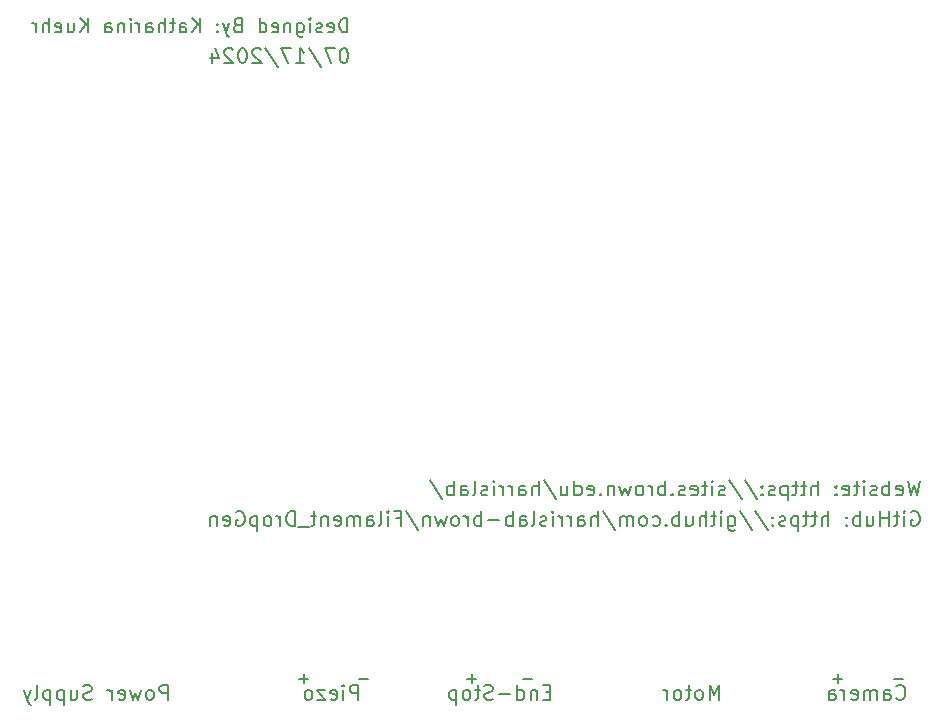
<source format=gbr>
%TF.GenerationSoftware,KiCad,Pcbnew,8.0.3*%
%TF.CreationDate,2024-07-18T14:58:56-04:00*%
%TF.ProjectId,Drop_Gen_PCB,44726f70-5f47-4656-9e5f-5043422e6b69,rev?*%
%TF.SameCoordinates,Original*%
%TF.FileFunction,Legend,Bot*%
%TF.FilePolarity,Positive*%
%FSLAX46Y46*%
G04 Gerber Fmt 4.6, Leading zero omitted, Abs format (unit mm)*
G04 Created by KiCad (PCBNEW 8.0.3) date 2024-07-18 14:58:56*
%MOMM*%
%LPD*%
G01*
G04 APERTURE LIST*
%ADD10C,0.150000*%
%ADD11C,0.198120*%
%ADD12C,0.200000*%
%ADD13C,5.600000*%
%ADD14O,1.700000X1.700000*%
%ADD15R,1.700000X1.700000*%
%ADD16R,2.500000X2.500000*%
%ADD17C,2.500000*%
%ADD18R,4.600000X2.000000*%
%ADD19O,4.200000X2.000000*%
%ADD20O,2.000000X4.200000*%
G04 APERTURE END LIST*
D10*
X140619048Y-152073866D02*
X141380953Y-152073866D01*
D11*
X94385419Y-97343598D02*
X94385419Y-96149798D01*
X94385419Y-96149798D02*
X94101181Y-96149798D01*
X94101181Y-96149798D02*
X93930638Y-96206646D01*
X93930638Y-96206646D02*
X93816943Y-96320341D01*
X93816943Y-96320341D02*
X93760096Y-96434036D01*
X93760096Y-96434036D02*
X93703248Y-96661427D01*
X93703248Y-96661427D02*
X93703248Y-96831970D01*
X93703248Y-96831970D02*
X93760096Y-97059360D01*
X93760096Y-97059360D02*
X93816943Y-97173055D01*
X93816943Y-97173055D02*
X93930638Y-97286751D01*
X93930638Y-97286751D02*
X94101181Y-97343598D01*
X94101181Y-97343598D02*
X94385419Y-97343598D01*
X92736838Y-97286751D02*
X92850534Y-97343598D01*
X92850534Y-97343598D02*
X93077924Y-97343598D01*
X93077924Y-97343598D02*
X93191619Y-97286751D01*
X93191619Y-97286751D02*
X93248467Y-97173055D01*
X93248467Y-97173055D02*
X93248467Y-96718274D01*
X93248467Y-96718274D02*
X93191619Y-96604579D01*
X93191619Y-96604579D02*
X93077924Y-96547731D01*
X93077924Y-96547731D02*
X92850534Y-96547731D01*
X92850534Y-96547731D02*
X92736838Y-96604579D01*
X92736838Y-96604579D02*
X92679991Y-96718274D01*
X92679991Y-96718274D02*
X92679991Y-96831970D01*
X92679991Y-96831970D02*
X93248467Y-96945665D01*
X92225210Y-97286751D02*
X92111515Y-97343598D01*
X92111515Y-97343598D02*
X91884124Y-97343598D01*
X91884124Y-97343598D02*
X91770429Y-97286751D01*
X91770429Y-97286751D02*
X91713581Y-97173055D01*
X91713581Y-97173055D02*
X91713581Y-97116208D01*
X91713581Y-97116208D02*
X91770429Y-97002512D01*
X91770429Y-97002512D02*
X91884124Y-96945665D01*
X91884124Y-96945665D02*
X92054667Y-96945665D01*
X92054667Y-96945665D02*
X92168362Y-96888817D01*
X92168362Y-96888817D02*
X92225210Y-96775122D01*
X92225210Y-96775122D02*
X92225210Y-96718274D01*
X92225210Y-96718274D02*
X92168362Y-96604579D01*
X92168362Y-96604579D02*
X92054667Y-96547731D01*
X92054667Y-96547731D02*
X91884124Y-96547731D01*
X91884124Y-96547731D02*
X91770429Y-96604579D01*
X91201952Y-97343598D02*
X91201952Y-96547731D01*
X91201952Y-96149798D02*
X91258800Y-96206646D01*
X91258800Y-96206646D02*
X91201952Y-96263493D01*
X91201952Y-96263493D02*
X91145105Y-96206646D01*
X91145105Y-96206646D02*
X91201952Y-96149798D01*
X91201952Y-96149798D02*
X91201952Y-96263493D01*
X90121848Y-96547731D02*
X90121848Y-97514141D01*
X90121848Y-97514141D02*
X90178695Y-97627836D01*
X90178695Y-97627836D02*
X90235543Y-97684684D01*
X90235543Y-97684684D02*
X90349238Y-97741531D01*
X90349238Y-97741531D02*
X90519781Y-97741531D01*
X90519781Y-97741531D02*
X90633476Y-97684684D01*
X90121848Y-97286751D02*
X90235543Y-97343598D01*
X90235543Y-97343598D02*
X90462934Y-97343598D01*
X90462934Y-97343598D02*
X90576629Y-97286751D01*
X90576629Y-97286751D02*
X90633476Y-97229903D01*
X90633476Y-97229903D02*
X90690324Y-97116208D01*
X90690324Y-97116208D02*
X90690324Y-96775122D01*
X90690324Y-96775122D02*
X90633476Y-96661427D01*
X90633476Y-96661427D02*
X90576629Y-96604579D01*
X90576629Y-96604579D02*
X90462934Y-96547731D01*
X90462934Y-96547731D02*
X90235543Y-96547731D01*
X90235543Y-96547731D02*
X90121848Y-96604579D01*
X89553371Y-96547731D02*
X89553371Y-97343598D01*
X89553371Y-96661427D02*
X89496524Y-96604579D01*
X89496524Y-96604579D02*
X89382829Y-96547731D01*
X89382829Y-96547731D02*
X89212286Y-96547731D01*
X89212286Y-96547731D02*
X89098590Y-96604579D01*
X89098590Y-96604579D02*
X89041743Y-96718274D01*
X89041743Y-96718274D02*
X89041743Y-97343598D01*
X88018485Y-97286751D02*
X88132181Y-97343598D01*
X88132181Y-97343598D02*
X88359571Y-97343598D01*
X88359571Y-97343598D02*
X88473266Y-97286751D01*
X88473266Y-97286751D02*
X88530114Y-97173055D01*
X88530114Y-97173055D02*
X88530114Y-96718274D01*
X88530114Y-96718274D02*
X88473266Y-96604579D01*
X88473266Y-96604579D02*
X88359571Y-96547731D01*
X88359571Y-96547731D02*
X88132181Y-96547731D01*
X88132181Y-96547731D02*
X88018485Y-96604579D01*
X88018485Y-96604579D02*
X87961638Y-96718274D01*
X87961638Y-96718274D02*
X87961638Y-96831970D01*
X87961638Y-96831970D02*
X88530114Y-96945665D01*
X86938381Y-97343598D02*
X86938381Y-96149798D01*
X86938381Y-97286751D02*
X87052076Y-97343598D01*
X87052076Y-97343598D02*
X87279467Y-97343598D01*
X87279467Y-97343598D02*
X87393162Y-97286751D01*
X87393162Y-97286751D02*
X87450009Y-97229903D01*
X87450009Y-97229903D02*
X87506857Y-97116208D01*
X87506857Y-97116208D02*
X87506857Y-96775122D01*
X87506857Y-96775122D02*
X87450009Y-96661427D01*
X87450009Y-96661427D02*
X87393162Y-96604579D01*
X87393162Y-96604579D02*
X87279467Y-96547731D01*
X87279467Y-96547731D02*
X87052076Y-96547731D01*
X87052076Y-96547731D02*
X86938381Y-96604579D01*
X85062409Y-96718274D02*
X84891866Y-96775122D01*
X84891866Y-96775122D02*
X84835019Y-96831970D01*
X84835019Y-96831970D02*
X84778171Y-96945665D01*
X84778171Y-96945665D02*
X84778171Y-97116208D01*
X84778171Y-97116208D02*
X84835019Y-97229903D01*
X84835019Y-97229903D02*
X84891866Y-97286751D01*
X84891866Y-97286751D02*
X85005561Y-97343598D01*
X85005561Y-97343598D02*
X85460342Y-97343598D01*
X85460342Y-97343598D02*
X85460342Y-96149798D01*
X85460342Y-96149798D02*
X85062409Y-96149798D01*
X85062409Y-96149798D02*
X84948714Y-96206646D01*
X84948714Y-96206646D02*
X84891866Y-96263493D01*
X84891866Y-96263493D02*
X84835019Y-96377189D01*
X84835019Y-96377189D02*
X84835019Y-96490884D01*
X84835019Y-96490884D02*
X84891866Y-96604579D01*
X84891866Y-96604579D02*
X84948714Y-96661427D01*
X84948714Y-96661427D02*
X85062409Y-96718274D01*
X85062409Y-96718274D02*
X85460342Y-96718274D01*
X84380238Y-96547731D02*
X84096000Y-97343598D01*
X83811761Y-96547731D02*
X84096000Y-97343598D01*
X84096000Y-97343598D02*
X84209695Y-97627836D01*
X84209695Y-97627836D02*
X84266542Y-97684684D01*
X84266542Y-97684684D02*
X84380238Y-97741531D01*
X83356980Y-97229903D02*
X83300133Y-97286751D01*
X83300133Y-97286751D02*
X83356980Y-97343598D01*
X83356980Y-97343598D02*
X83413828Y-97286751D01*
X83413828Y-97286751D02*
X83356980Y-97229903D01*
X83356980Y-97229903D02*
X83356980Y-97343598D01*
X83356980Y-96604579D02*
X83300133Y-96661427D01*
X83300133Y-96661427D02*
X83356980Y-96718274D01*
X83356980Y-96718274D02*
X83413828Y-96661427D01*
X83413828Y-96661427D02*
X83356980Y-96604579D01*
X83356980Y-96604579D02*
X83356980Y-96718274D01*
X81878942Y-97343598D02*
X81878942Y-96149798D01*
X81196771Y-97343598D02*
X81708400Y-96661427D01*
X81196771Y-96149798D02*
X81878942Y-96831970D01*
X80173514Y-97343598D02*
X80173514Y-96718274D01*
X80173514Y-96718274D02*
X80230361Y-96604579D01*
X80230361Y-96604579D02*
X80344057Y-96547731D01*
X80344057Y-96547731D02*
X80571447Y-96547731D01*
X80571447Y-96547731D02*
X80685142Y-96604579D01*
X80173514Y-97286751D02*
X80287209Y-97343598D01*
X80287209Y-97343598D02*
X80571447Y-97343598D01*
X80571447Y-97343598D02*
X80685142Y-97286751D01*
X80685142Y-97286751D02*
X80741990Y-97173055D01*
X80741990Y-97173055D02*
X80741990Y-97059360D01*
X80741990Y-97059360D02*
X80685142Y-96945665D01*
X80685142Y-96945665D02*
X80571447Y-96888817D01*
X80571447Y-96888817D02*
X80287209Y-96888817D01*
X80287209Y-96888817D02*
X80173514Y-96831970D01*
X79775580Y-96547731D02*
X79320799Y-96547731D01*
X79605037Y-96149798D02*
X79605037Y-97173055D01*
X79605037Y-97173055D02*
X79548190Y-97286751D01*
X79548190Y-97286751D02*
X79434495Y-97343598D01*
X79434495Y-97343598D02*
X79320799Y-97343598D01*
X78922866Y-97343598D02*
X78922866Y-96149798D01*
X78411238Y-97343598D02*
X78411238Y-96718274D01*
X78411238Y-96718274D02*
X78468085Y-96604579D01*
X78468085Y-96604579D02*
X78581781Y-96547731D01*
X78581781Y-96547731D02*
X78752324Y-96547731D01*
X78752324Y-96547731D02*
X78866019Y-96604579D01*
X78866019Y-96604579D02*
X78922866Y-96661427D01*
X77331133Y-97343598D02*
X77331133Y-96718274D01*
X77331133Y-96718274D02*
X77387980Y-96604579D01*
X77387980Y-96604579D02*
X77501676Y-96547731D01*
X77501676Y-96547731D02*
X77729066Y-96547731D01*
X77729066Y-96547731D02*
X77842761Y-96604579D01*
X77331133Y-97286751D02*
X77444828Y-97343598D01*
X77444828Y-97343598D02*
X77729066Y-97343598D01*
X77729066Y-97343598D02*
X77842761Y-97286751D01*
X77842761Y-97286751D02*
X77899609Y-97173055D01*
X77899609Y-97173055D02*
X77899609Y-97059360D01*
X77899609Y-97059360D02*
X77842761Y-96945665D01*
X77842761Y-96945665D02*
X77729066Y-96888817D01*
X77729066Y-96888817D02*
X77444828Y-96888817D01*
X77444828Y-96888817D02*
X77331133Y-96831970D01*
X76762656Y-97343598D02*
X76762656Y-96547731D01*
X76762656Y-96775122D02*
X76705809Y-96661427D01*
X76705809Y-96661427D02*
X76648961Y-96604579D01*
X76648961Y-96604579D02*
X76535266Y-96547731D01*
X76535266Y-96547731D02*
X76421571Y-96547731D01*
X76023637Y-97343598D02*
X76023637Y-96547731D01*
X76023637Y-96149798D02*
X76080485Y-96206646D01*
X76080485Y-96206646D02*
X76023637Y-96263493D01*
X76023637Y-96263493D02*
X75966790Y-96206646D01*
X75966790Y-96206646D02*
X76023637Y-96149798D01*
X76023637Y-96149798D02*
X76023637Y-96263493D01*
X75455161Y-96547731D02*
X75455161Y-97343598D01*
X75455161Y-96661427D02*
X75398314Y-96604579D01*
X75398314Y-96604579D02*
X75284619Y-96547731D01*
X75284619Y-96547731D02*
X75114076Y-96547731D01*
X75114076Y-96547731D02*
X75000380Y-96604579D01*
X75000380Y-96604579D02*
X74943533Y-96718274D01*
X74943533Y-96718274D02*
X74943533Y-97343598D01*
X73863428Y-97343598D02*
X73863428Y-96718274D01*
X73863428Y-96718274D02*
X73920275Y-96604579D01*
X73920275Y-96604579D02*
X74033971Y-96547731D01*
X74033971Y-96547731D02*
X74261361Y-96547731D01*
X74261361Y-96547731D02*
X74375056Y-96604579D01*
X73863428Y-97286751D02*
X73977123Y-97343598D01*
X73977123Y-97343598D02*
X74261361Y-97343598D01*
X74261361Y-97343598D02*
X74375056Y-97286751D01*
X74375056Y-97286751D02*
X74431904Y-97173055D01*
X74431904Y-97173055D02*
X74431904Y-97059360D01*
X74431904Y-97059360D02*
X74375056Y-96945665D01*
X74375056Y-96945665D02*
X74261361Y-96888817D01*
X74261361Y-96888817D02*
X73977123Y-96888817D01*
X73977123Y-96888817D02*
X73863428Y-96831970D01*
X72385389Y-97343598D02*
X72385389Y-96149798D01*
X71703218Y-97343598D02*
X72214847Y-96661427D01*
X71703218Y-96149798D02*
X72385389Y-96831970D01*
X70679961Y-96547731D02*
X70679961Y-97343598D01*
X71191589Y-96547731D02*
X71191589Y-97173055D01*
X71191589Y-97173055D02*
X71134742Y-97286751D01*
X71134742Y-97286751D02*
X71021047Y-97343598D01*
X71021047Y-97343598D02*
X70850504Y-97343598D01*
X70850504Y-97343598D02*
X70736808Y-97286751D01*
X70736808Y-97286751D02*
X70679961Y-97229903D01*
X69656703Y-97286751D02*
X69770399Y-97343598D01*
X69770399Y-97343598D02*
X69997789Y-97343598D01*
X69997789Y-97343598D02*
X70111484Y-97286751D01*
X70111484Y-97286751D02*
X70168332Y-97173055D01*
X70168332Y-97173055D02*
X70168332Y-96718274D01*
X70168332Y-96718274D02*
X70111484Y-96604579D01*
X70111484Y-96604579D02*
X69997789Y-96547731D01*
X69997789Y-96547731D02*
X69770399Y-96547731D01*
X69770399Y-96547731D02*
X69656703Y-96604579D01*
X69656703Y-96604579D02*
X69599856Y-96718274D01*
X69599856Y-96718274D02*
X69599856Y-96831970D01*
X69599856Y-96831970D02*
X70168332Y-96945665D01*
X69088227Y-97343598D02*
X69088227Y-96149798D01*
X68576599Y-97343598D02*
X68576599Y-96718274D01*
X68576599Y-96718274D02*
X68633446Y-96604579D01*
X68633446Y-96604579D02*
X68747142Y-96547731D01*
X68747142Y-96547731D02*
X68917685Y-96547731D01*
X68917685Y-96547731D02*
X69031380Y-96604579D01*
X69031380Y-96604579D02*
X69088227Y-96661427D01*
X68008122Y-97343598D02*
X68008122Y-96547731D01*
X68008122Y-96775122D02*
X67951275Y-96661427D01*
X67951275Y-96661427D02*
X67894427Y-96604579D01*
X67894427Y-96604579D02*
X67780732Y-96547731D01*
X67780732Y-96547731D02*
X67667037Y-96547731D01*
D10*
X90319048Y-152073866D02*
X91080953Y-152073866D01*
X90700000Y-152454819D02*
X90700000Y-151692914D01*
X135519048Y-152073866D02*
X136280953Y-152073866D01*
X135900000Y-152454819D02*
X135900000Y-151692914D01*
D12*
X111570802Y-153181861D02*
X111154136Y-153181861D01*
X110975564Y-153836623D02*
X111570802Y-153836623D01*
X111570802Y-153836623D02*
X111570802Y-152586623D01*
X111570802Y-152586623D02*
X110975564Y-152586623D01*
X110439850Y-153003290D02*
X110439850Y-153836623D01*
X110439850Y-153122338D02*
X110380327Y-153062814D01*
X110380327Y-153062814D02*
X110261279Y-153003290D01*
X110261279Y-153003290D02*
X110082708Y-153003290D01*
X110082708Y-153003290D02*
X109963660Y-153062814D01*
X109963660Y-153062814D02*
X109904136Y-153181861D01*
X109904136Y-153181861D02*
X109904136Y-153836623D01*
X108773184Y-153836623D02*
X108773184Y-152586623D01*
X108773184Y-153777100D02*
X108892232Y-153836623D01*
X108892232Y-153836623D02*
X109130327Y-153836623D01*
X109130327Y-153836623D02*
X109249375Y-153777100D01*
X109249375Y-153777100D02*
X109308898Y-153717576D01*
X109308898Y-153717576D02*
X109368422Y-153598528D01*
X109368422Y-153598528D02*
X109368422Y-153241385D01*
X109368422Y-153241385D02*
X109308898Y-153122338D01*
X109308898Y-153122338D02*
X109249375Y-153062814D01*
X109249375Y-153062814D02*
X109130327Y-153003290D01*
X109130327Y-153003290D02*
X108892232Y-153003290D01*
X108892232Y-153003290D02*
X108773184Y-153062814D01*
X108177946Y-153360433D02*
X107225566Y-153360433D01*
X106689851Y-153777100D02*
X106511280Y-153836623D01*
X106511280Y-153836623D02*
X106213661Y-153836623D01*
X106213661Y-153836623D02*
X106094613Y-153777100D01*
X106094613Y-153777100D02*
X106035089Y-153717576D01*
X106035089Y-153717576D02*
X105975566Y-153598528D01*
X105975566Y-153598528D02*
X105975566Y-153479480D01*
X105975566Y-153479480D02*
X106035089Y-153360433D01*
X106035089Y-153360433D02*
X106094613Y-153300909D01*
X106094613Y-153300909D02*
X106213661Y-153241385D01*
X106213661Y-153241385D02*
X106451756Y-153181861D01*
X106451756Y-153181861D02*
X106570804Y-153122338D01*
X106570804Y-153122338D02*
X106630327Y-153062814D01*
X106630327Y-153062814D02*
X106689851Y-152943766D01*
X106689851Y-152943766D02*
X106689851Y-152824719D01*
X106689851Y-152824719D02*
X106630327Y-152705671D01*
X106630327Y-152705671D02*
X106570804Y-152646147D01*
X106570804Y-152646147D02*
X106451756Y-152586623D01*
X106451756Y-152586623D02*
X106154137Y-152586623D01*
X106154137Y-152586623D02*
X105975566Y-152646147D01*
X105618423Y-153003290D02*
X105142232Y-153003290D01*
X105439851Y-152586623D02*
X105439851Y-153658052D01*
X105439851Y-153658052D02*
X105380328Y-153777100D01*
X105380328Y-153777100D02*
X105261280Y-153836623D01*
X105261280Y-153836623D02*
X105142232Y-153836623D01*
X104546994Y-153836623D02*
X104666042Y-153777100D01*
X104666042Y-153777100D02*
X104725565Y-153717576D01*
X104725565Y-153717576D02*
X104785089Y-153598528D01*
X104785089Y-153598528D02*
X104785089Y-153241385D01*
X104785089Y-153241385D02*
X104725565Y-153122338D01*
X104725565Y-153122338D02*
X104666042Y-153062814D01*
X104666042Y-153062814D02*
X104546994Y-153003290D01*
X104546994Y-153003290D02*
X104368423Y-153003290D01*
X104368423Y-153003290D02*
X104249375Y-153062814D01*
X104249375Y-153062814D02*
X104189851Y-153122338D01*
X104189851Y-153122338D02*
X104130327Y-153241385D01*
X104130327Y-153241385D02*
X104130327Y-153598528D01*
X104130327Y-153598528D02*
X104189851Y-153717576D01*
X104189851Y-153717576D02*
X104249375Y-153777100D01*
X104249375Y-153777100D02*
X104368423Y-153836623D01*
X104368423Y-153836623D02*
X104546994Y-153836623D01*
X103594613Y-153003290D02*
X103594613Y-154253290D01*
X103594613Y-153062814D02*
X103475566Y-153003290D01*
X103475566Y-153003290D02*
X103237471Y-153003290D01*
X103237471Y-153003290D02*
X103118423Y-153062814D01*
X103118423Y-153062814D02*
X103058899Y-153122338D01*
X103058899Y-153122338D02*
X102999375Y-153241385D01*
X102999375Y-153241385D02*
X102999375Y-153598528D01*
X102999375Y-153598528D02*
X103058899Y-153717576D01*
X103058899Y-153717576D02*
X103118423Y-153777100D01*
X103118423Y-153777100D02*
X103237471Y-153836623D01*
X103237471Y-153836623D02*
X103475566Y-153836623D01*
X103475566Y-153836623D02*
X103594613Y-153777100D01*
X94132707Y-98686623D02*
X94013660Y-98686623D01*
X94013660Y-98686623D02*
X93894612Y-98746147D01*
X93894612Y-98746147D02*
X93835088Y-98805671D01*
X93835088Y-98805671D02*
X93775564Y-98924719D01*
X93775564Y-98924719D02*
X93716041Y-99162814D01*
X93716041Y-99162814D02*
X93716041Y-99460433D01*
X93716041Y-99460433D02*
X93775564Y-99698528D01*
X93775564Y-99698528D02*
X93835088Y-99817576D01*
X93835088Y-99817576D02*
X93894612Y-99877100D01*
X93894612Y-99877100D02*
X94013660Y-99936623D01*
X94013660Y-99936623D02*
X94132707Y-99936623D01*
X94132707Y-99936623D02*
X94251755Y-99877100D01*
X94251755Y-99877100D02*
X94311279Y-99817576D01*
X94311279Y-99817576D02*
X94370802Y-99698528D01*
X94370802Y-99698528D02*
X94430326Y-99460433D01*
X94430326Y-99460433D02*
X94430326Y-99162814D01*
X94430326Y-99162814D02*
X94370802Y-98924719D01*
X94370802Y-98924719D02*
X94311279Y-98805671D01*
X94311279Y-98805671D02*
X94251755Y-98746147D01*
X94251755Y-98746147D02*
X94132707Y-98686623D01*
X93299374Y-98686623D02*
X92466041Y-98686623D01*
X92466041Y-98686623D02*
X93001755Y-99936623D01*
X91096993Y-98627100D02*
X92168422Y-100234242D01*
X90025565Y-99936623D02*
X90739850Y-99936623D01*
X90382707Y-99936623D02*
X90382707Y-98686623D01*
X90382707Y-98686623D02*
X90501755Y-98865195D01*
X90501755Y-98865195D02*
X90620803Y-98984242D01*
X90620803Y-98984242D02*
X90739850Y-99043766D01*
X89608898Y-98686623D02*
X88775565Y-98686623D01*
X88775565Y-98686623D02*
X89311279Y-99936623D01*
X87406517Y-98627100D02*
X88477946Y-100234242D01*
X87049374Y-98805671D02*
X86989850Y-98746147D01*
X86989850Y-98746147D02*
X86870803Y-98686623D01*
X86870803Y-98686623D02*
X86573184Y-98686623D01*
X86573184Y-98686623D02*
X86454136Y-98746147D01*
X86454136Y-98746147D02*
X86394612Y-98805671D01*
X86394612Y-98805671D02*
X86335089Y-98924719D01*
X86335089Y-98924719D02*
X86335089Y-99043766D01*
X86335089Y-99043766D02*
X86394612Y-99222338D01*
X86394612Y-99222338D02*
X87108898Y-99936623D01*
X87108898Y-99936623D02*
X86335089Y-99936623D01*
X85561279Y-98686623D02*
X85442232Y-98686623D01*
X85442232Y-98686623D02*
X85323184Y-98746147D01*
X85323184Y-98746147D02*
X85263660Y-98805671D01*
X85263660Y-98805671D02*
X85204136Y-98924719D01*
X85204136Y-98924719D02*
X85144613Y-99162814D01*
X85144613Y-99162814D02*
X85144613Y-99460433D01*
X85144613Y-99460433D02*
X85204136Y-99698528D01*
X85204136Y-99698528D02*
X85263660Y-99817576D01*
X85263660Y-99817576D02*
X85323184Y-99877100D01*
X85323184Y-99877100D02*
X85442232Y-99936623D01*
X85442232Y-99936623D02*
X85561279Y-99936623D01*
X85561279Y-99936623D02*
X85680327Y-99877100D01*
X85680327Y-99877100D02*
X85739851Y-99817576D01*
X85739851Y-99817576D02*
X85799374Y-99698528D01*
X85799374Y-99698528D02*
X85858898Y-99460433D01*
X85858898Y-99460433D02*
X85858898Y-99162814D01*
X85858898Y-99162814D02*
X85799374Y-98924719D01*
X85799374Y-98924719D02*
X85739851Y-98805671D01*
X85739851Y-98805671D02*
X85680327Y-98746147D01*
X85680327Y-98746147D02*
X85561279Y-98686623D01*
X84668422Y-98805671D02*
X84608898Y-98746147D01*
X84608898Y-98746147D02*
X84489851Y-98686623D01*
X84489851Y-98686623D02*
X84192232Y-98686623D01*
X84192232Y-98686623D02*
X84073184Y-98746147D01*
X84073184Y-98746147D02*
X84013660Y-98805671D01*
X84013660Y-98805671D02*
X83954137Y-98924719D01*
X83954137Y-98924719D02*
X83954137Y-99043766D01*
X83954137Y-99043766D02*
X84013660Y-99222338D01*
X84013660Y-99222338D02*
X84727946Y-99936623D01*
X84727946Y-99936623D02*
X83954137Y-99936623D01*
X82882708Y-99103290D02*
X82882708Y-99936623D01*
X83180327Y-98627100D02*
X83477946Y-99519957D01*
X83477946Y-99519957D02*
X82704137Y-99519957D01*
X95270802Y-153836623D02*
X95270802Y-152586623D01*
X95270802Y-152586623D02*
X94794612Y-152586623D01*
X94794612Y-152586623D02*
X94675564Y-152646147D01*
X94675564Y-152646147D02*
X94616041Y-152705671D01*
X94616041Y-152705671D02*
X94556517Y-152824719D01*
X94556517Y-152824719D02*
X94556517Y-153003290D01*
X94556517Y-153003290D02*
X94616041Y-153122338D01*
X94616041Y-153122338D02*
X94675564Y-153181861D01*
X94675564Y-153181861D02*
X94794612Y-153241385D01*
X94794612Y-153241385D02*
X95270802Y-153241385D01*
X94020802Y-153836623D02*
X94020802Y-153003290D01*
X94020802Y-152586623D02*
X94080326Y-152646147D01*
X94080326Y-152646147D02*
X94020802Y-152705671D01*
X94020802Y-152705671D02*
X93961279Y-152646147D01*
X93961279Y-152646147D02*
X94020802Y-152586623D01*
X94020802Y-152586623D02*
X94020802Y-152705671D01*
X92949374Y-153777100D02*
X93068422Y-153836623D01*
X93068422Y-153836623D02*
X93306517Y-153836623D01*
X93306517Y-153836623D02*
X93425564Y-153777100D01*
X93425564Y-153777100D02*
X93485088Y-153658052D01*
X93485088Y-153658052D02*
X93485088Y-153181861D01*
X93485088Y-153181861D02*
X93425564Y-153062814D01*
X93425564Y-153062814D02*
X93306517Y-153003290D01*
X93306517Y-153003290D02*
X93068422Y-153003290D01*
X93068422Y-153003290D02*
X92949374Y-153062814D01*
X92949374Y-153062814D02*
X92889850Y-153181861D01*
X92889850Y-153181861D02*
X92889850Y-153300909D01*
X92889850Y-153300909D02*
X93485088Y-153419957D01*
X92473183Y-153003290D02*
X91818421Y-153003290D01*
X91818421Y-153003290D02*
X92473183Y-153836623D01*
X92473183Y-153836623D02*
X91818421Y-153836623D01*
X91163659Y-153836623D02*
X91282707Y-153777100D01*
X91282707Y-153777100D02*
X91342230Y-153717576D01*
X91342230Y-153717576D02*
X91401754Y-153598528D01*
X91401754Y-153598528D02*
X91401754Y-153241385D01*
X91401754Y-153241385D02*
X91342230Y-153122338D01*
X91342230Y-153122338D02*
X91282707Y-153062814D01*
X91282707Y-153062814D02*
X91163659Y-153003290D01*
X91163659Y-153003290D02*
X90985088Y-153003290D01*
X90985088Y-153003290D02*
X90866040Y-153062814D01*
X90866040Y-153062814D02*
X90806516Y-153122338D01*
X90806516Y-153122338D02*
X90746992Y-153241385D01*
X90746992Y-153241385D02*
X90746992Y-153598528D01*
X90746992Y-153598528D02*
X90806516Y-153717576D01*
X90806516Y-153717576D02*
X90866040Y-153777100D01*
X90866040Y-153777100D02*
X90985088Y-153836623D01*
X90985088Y-153836623D02*
X91163659Y-153836623D01*
X142889850Y-135286623D02*
X142592231Y-136536623D01*
X142592231Y-136536623D02*
X142354136Y-135643766D01*
X142354136Y-135643766D02*
X142116041Y-136536623D01*
X142116041Y-136536623D02*
X141818422Y-135286623D01*
X140866041Y-136477100D02*
X140985089Y-136536623D01*
X140985089Y-136536623D02*
X141223184Y-136536623D01*
X141223184Y-136536623D02*
X141342231Y-136477100D01*
X141342231Y-136477100D02*
X141401755Y-136358052D01*
X141401755Y-136358052D02*
X141401755Y-135881861D01*
X141401755Y-135881861D02*
X141342231Y-135762814D01*
X141342231Y-135762814D02*
X141223184Y-135703290D01*
X141223184Y-135703290D02*
X140985089Y-135703290D01*
X140985089Y-135703290D02*
X140866041Y-135762814D01*
X140866041Y-135762814D02*
X140806517Y-135881861D01*
X140806517Y-135881861D02*
X140806517Y-136000909D01*
X140806517Y-136000909D02*
X141401755Y-136119957D01*
X140270802Y-136536623D02*
X140270802Y-135286623D01*
X140270802Y-135762814D02*
X140151755Y-135703290D01*
X140151755Y-135703290D02*
X139913660Y-135703290D01*
X139913660Y-135703290D02*
X139794612Y-135762814D01*
X139794612Y-135762814D02*
X139735088Y-135822338D01*
X139735088Y-135822338D02*
X139675564Y-135941385D01*
X139675564Y-135941385D02*
X139675564Y-136298528D01*
X139675564Y-136298528D02*
X139735088Y-136417576D01*
X139735088Y-136417576D02*
X139794612Y-136477100D01*
X139794612Y-136477100D02*
X139913660Y-136536623D01*
X139913660Y-136536623D02*
X140151755Y-136536623D01*
X140151755Y-136536623D02*
X140270802Y-136477100D01*
X139199374Y-136477100D02*
X139080327Y-136536623D01*
X139080327Y-136536623D02*
X138842231Y-136536623D01*
X138842231Y-136536623D02*
X138723184Y-136477100D01*
X138723184Y-136477100D02*
X138663660Y-136358052D01*
X138663660Y-136358052D02*
X138663660Y-136298528D01*
X138663660Y-136298528D02*
X138723184Y-136179480D01*
X138723184Y-136179480D02*
X138842231Y-136119957D01*
X138842231Y-136119957D02*
X139020803Y-136119957D01*
X139020803Y-136119957D02*
X139139850Y-136060433D01*
X139139850Y-136060433D02*
X139199374Y-135941385D01*
X139199374Y-135941385D02*
X139199374Y-135881861D01*
X139199374Y-135881861D02*
X139139850Y-135762814D01*
X139139850Y-135762814D02*
X139020803Y-135703290D01*
X139020803Y-135703290D02*
X138842231Y-135703290D01*
X138842231Y-135703290D02*
X138723184Y-135762814D01*
X138127945Y-136536623D02*
X138127945Y-135703290D01*
X138127945Y-135286623D02*
X138187469Y-135346147D01*
X138187469Y-135346147D02*
X138127945Y-135405671D01*
X138127945Y-135405671D02*
X138068422Y-135346147D01*
X138068422Y-135346147D02*
X138127945Y-135286623D01*
X138127945Y-135286623D02*
X138127945Y-135405671D01*
X137711279Y-135703290D02*
X137235088Y-135703290D01*
X137532707Y-135286623D02*
X137532707Y-136358052D01*
X137532707Y-136358052D02*
X137473184Y-136477100D01*
X137473184Y-136477100D02*
X137354136Y-136536623D01*
X137354136Y-136536623D02*
X137235088Y-136536623D01*
X136342231Y-136477100D02*
X136461279Y-136536623D01*
X136461279Y-136536623D02*
X136699374Y-136536623D01*
X136699374Y-136536623D02*
X136818421Y-136477100D01*
X136818421Y-136477100D02*
X136877945Y-136358052D01*
X136877945Y-136358052D02*
X136877945Y-135881861D01*
X136877945Y-135881861D02*
X136818421Y-135762814D01*
X136818421Y-135762814D02*
X136699374Y-135703290D01*
X136699374Y-135703290D02*
X136461279Y-135703290D01*
X136461279Y-135703290D02*
X136342231Y-135762814D01*
X136342231Y-135762814D02*
X136282707Y-135881861D01*
X136282707Y-135881861D02*
X136282707Y-136000909D01*
X136282707Y-136000909D02*
X136877945Y-136119957D01*
X135746992Y-136417576D02*
X135687469Y-136477100D01*
X135687469Y-136477100D02*
X135746992Y-136536623D01*
X135746992Y-136536623D02*
X135806516Y-136477100D01*
X135806516Y-136477100D02*
X135746992Y-136417576D01*
X135746992Y-136417576D02*
X135746992Y-136536623D01*
X135746992Y-135762814D02*
X135687469Y-135822338D01*
X135687469Y-135822338D02*
X135746992Y-135881861D01*
X135746992Y-135881861D02*
X135806516Y-135822338D01*
X135806516Y-135822338D02*
X135746992Y-135762814D01*
X135746992Y-135762814D02*
X135746992Y-135881861D01*
X134199373Y-136536623D02*
X134199373Y-135286623D01*
X133663659Y-136536623D02*
X133663659Y-135881861D01*
X133663659Y-135881861D02*
X133723183Y-135762814D01*
X133723183Y-135762814D02*
X133842231Y-135703290D01*
X133842231Y-135703290D02*
X134020802Y-135703290D01*
X134020802Y-135703290D02*
X134139850Y-135762814D01*
X134139850Y-135762814D02*
X134199373Y-135822338D01*
X133246993Y-135703290D02*
X132770802Y-135703290D01*
X133068421Y-135286623D02*
X133068421Y-136358052D01*
X133068421Y-136358052D02*
X133008898Y-136477100D01*
X133008898Y-136477100D02*
X132889850Y-136536623D01*
X132889850Y-136536623D02*
X132770802Y-136536623D01*
X132532707Y-135703290D02*
X132056516Y-135703290D01*
X132354135Y-135286623D02*
X132354135Y-136358052D01*
X132354135Y-136358052D02*
X132294612Y-136477100D01*
X132294612Y-136477100D02*
X132175564Y-136536623D01*
X132175564Y-136536623D02*
X132056516Y-136536623D01*
X131639849Y-135703290D02*
X131639849Y-136953290D01*
X131639849Y-135762814D02*
X131520802Y-135703290D01*
X131520802Y-135703290D02*
X131282707Y-135703290D01*
X131282707Y-135703290D02*
X131163659Y-135762814D01*
X131163659Y-135762814D02*
X131104135Y-135822338D01*
X131104135Y-135822338D02*
X131044611Y-135941385D01*
X131044611Y-135941385D02*
X131044611Y-136298528D01*
X131044611Y-136298528D02*
X131104135Y-136417576D01*
X131104135Y-136417576D02*
X131163659Y-136477100D01*
X131163659Y-136477100D02*
X131282707Y-136536623D01*
X131282707Y-136536623D02*
X131520802Y-136536623D01*
X131520802Y-136536623D02*
X131639849Y-136477100D01*
X130568421Y-136477100D02*
X130449374Y-136536623D01*
X130449374Y-136536623D02*
X130211278Y-136536623D01*
X130211278Y-136536623D02*
X130092231Y-136477100D01*
X130092231Y-136477100D02*
X130032707Y-136358052D01*
X130032707Y-136358052D02*
X130032707Y-136298528D01*
X130032707Y-136298528D02*
X130092231Y-136179480D01*
X130092231Y-136179480D02*
X130211278Y-136119957D01*
X130211278Y-136119957D02*
X130389850Y-136119957D01*
X130389850Y-136119957D02*
X130508897Y-136060433D01*
X130508897Y-136060433D02*
X130568421Y-135941385D01*
X130568421Y-135941385D02*
X130568421Y-135881861D01*
X130568421Y-135881861D02*
X130508897Y-135762814D01*
X130508897Y-135762814D02*
X130389850Y-135703290D01*
X130389850Y-135703290D02*
X130211278Y-135703290D01*
X130211278Y-135703290D02*
X130092231Y-135762814D01*
X129496992Y-136417576D02*
X129437469Y-136477100D01*
X129437469Y-136477100D02*
X129496992Y-136536623D01*
X129496992Y-136536623D02*
X129556516Y-136477100D01*
X129556516Y-136477100D02*
X129496992Y-136417576D01*
X129496992Y-136417576D02*
X129496992Y-136536623D01*
X129496992Y-135762814D02*
X129437469Y-135822338D01*
X129437469Y-135822338D02*
X129496992Y-135881861D01*
X129496992Y-135881861D02*
X129556516Y-135822338D01*
X129556516Y-135822338D02*
X129496992Y-135762814D01*
X129496992Y-135762814D02*
X129496992Y-135881861D01*
X128008897Y-135227100D02*
X129080326Y-136834242D01*
X126699373Y-135227100D02*
X127770802Y-136834242D01*
X126342230Y-136477100D02*
X126223183Y-136536623D01*
X126223183Y-136536623D02*
X125985087Y-136536623D01*
X125985087Y-136536623D02*
X125866040Y-136477100D01*
X125866040Y-136477100D02*
X125806516Y-136358052D01*
X125806516Y-136358052D02*
X125806516Y-136298528D01*
X125806516Y-136298528D02*
X125866040Y-136179480D01*
X125866040Y-136179480D02*
X125985087Y-136119957D01*
X125985087Y-136119957D02*
X126163659Y-136119957D01*
X126163659Y-136119957D02*
X126282706Y-136060433D01*
X126282706Y-136060433D02*
X126342230Y-135941385D01*
X126342230Y-135941385D02*
X126342230Y-135881861D01*
X126342230Y-135881861D02*
X126282706Y-135762814D01*
X126282706Y-135762814D02*
X126163659Y-135703290D01*
X126163659Y-135703290D02*
X125985087Y-135703290D01*
X125985087Y-135703290D02*
X125866040Y-135762814D01*
X125270801Y-136536623D02*
X125270801Y-135703290D01*
X125270801Y-135286623D02*
X125330325Y-135346147D01*
X125330325Y-135346147D02*
X125270801Y-135405671D01*
X125270801Y-135405671D02*
X125211278Y-135346147D01*
X125211278Y-135346147D02*
X125270801Y-135286623D01*
X125270801Y-135286623D02*
X125270801Y-135405671D01*
X124854135Y-135703290D02*
X124377944Y-135703290D01*
X124675563Y-135286623D02*
X124675563Y-136358052D01*
X124675563Y-136358052D02*
X124616040Y-136477100D01*
X124616040Y-136477100D02*
X124496992Y-136536623D01*
X124496992Y-136536623D02*
X124377944Y-136536623D01*
X123485087Y-136477100D02*
X123604135Y-136536623D01*
X123604135Y-136536623D02*
X123842230Y-136536623D01*
X123842230Y-136536623D02*
X123961277Y-136477100D01*
X123961277Y-136477100D02*
X124020801Y-136358052D01*
X124020801Y-136358052D02*
X124020801Y-135881861D01*
X124020801Y-135881861D02*
X123961277Y-135762814D01*
X123961277Y-135762814D02*
X123842230Y-135703290D01*
X123842230Y-135703290D02*
X123604135Y-135703290D01*
X123604135Y-135703290D02*
X123485087Y-135762814D01*
X123485087Y-135762814D02*
X123425563Y-135881861D01*
X123425563Y-135881861D02*
X123425563Y-136000909D01*
X123425563Y-136000909D02*
X124020801Y-136119957D01*
X122949372Y-136477100D02*
X122830325Y-136536623D01*
X122830325Y-136536623D02*
X122592229Y-136536623D01*
X122592229Y-136536623D02*
X122473182Y-136477100D01*
X122473182Y-136477100D02*
X122413658Y-136358052D01*
X122413658Y-136358052D02*
X122413658Y-136298528D01*
X122413658Y-136298528D02*
X122473182Y-136179480D01*
X122473182Y-136179480D02*
X122592229Y-136119957D01*
X122592229Y-136119957D02*
X122770801Y-136119957D01*
X122770801Y-136119957D02*
X122889848Y-136060433D01*
X122889848Y-136060433D02*
X122949372Y-135941385D01*
X122949372Y-135941385D02*
X122949372Y-135881861D01*
X122949372Y-135881861D02*
X122889848Y-135762814D01*
X122889848Y-135762814D02*
X122770801Y-135703290D01*
X122770801Y-135703290D02*
X122592229Y-135703290D01*
X122592229Y-135703290D02*
X122473182Y-135762814D01*
X121877943Y-136417576D02*
X121818420Y-136477100D01*
X121818420Y-136477100D02*
X121877943Y-136536623D01*
X121877943Y-136536623D02*
X121937467Y-136477100D01*
X121937467Y-136477100D02*
X121877943Y-136417576D01*
X121877943Y-136417576D02*
X121877943Y-136536623D01*
X121282705Y-136536623D02*
X121282705Y-135286623D01*
X121282705Y-135762814D02*
X121163658Y-135703290D01*
X121163658Y-135703290D02*
X120925563Y-135703290D01*
X120925563Y-135703290D02*
X120806515Y-135762814D01*
X120806515Y-135762814D02*
X120746991Y-135822338D01*
X120746991Y-135822338D02*
X120687467Y-135941385D01*
X120687467Y-135941385D02*
X120687467Y-136298528D01*
X120687467Y-136298528D02*
X120746991Y-136417576D01*
X120746991Y-136417576D02*
X120806515Y-136477100D01*
X120806515Y-136477100D02*
X120925563Y-136536623D01*
X120925563Y-136536623D02*
X121163658Y-136536623D01*
X121163658Y-136536623D02*
X121282705Y-136477100D01*
X120151753Y-136536623D02*
X120151753Y-135703290D01*
X120151753Y-135941385D02*
X120092230Y-135822338D01*
X120092230Y-135822338D02*
X120032706Y-135762814D01*
X120032706Y-135762814D02*
X119913658Y-135703290D01*
X119913658Y-135703290D02*
X119794611Y-135703290D01*
X119199372Y-136536623D02*
X119318420Y-136477100D01*
X119318420Y-136477100D02*
X119377943Y-136417576D01*
X119377943Y-136417576D02*
X119437467Y-136298528D01*
X119437467Y-136298528D02*
X119437467Y-135941385D01*
X119437467Y-135941385D02*
X119377943Y-135822338D01*
X119377943Y-135822338D02*
X119318420Y-135762814D01*
X119318420Y-135762814D02*
X119199372Y-135703290D01*
X119199372Y-135703290D02*
X119020801Y-135703290D01*
X119020801Y-135703290D02*
X118901753Y-135762814D01*
X118901753Y-135762814D02*
X118842229Y-135822338D01*
X118842229Y-135822338D02*
X118782705Y-135941385D01*
X118782705Y-135941385D02*
X118782705Y-136298528D01*
X118782705Y-136298528D02*
X118842229Y-136417576D01*
X118842229Y-136417576D02*
X118901753Y-136477100D01*
X118901753Y-136477100D02*
X119020801Y-136536623D01*
X119020801Y-136536623D02*
X119199372Y-136536623D01*
X118366039Y-135703290D02*
X118127944Y-136536623D01*
X118127944Y-136536623D02*
X117889849Y-135941385D01*
X117889849Y-135941385D02*
X117651753Y-136536623D01*
X117651753Y-136536623D02*
X117413658Y-135703290D01*
X116937467Y-135703290D02*
X116937467Y-136536623D01*
X116937467Y-135822338D02*
X116877944Y-135762814D01*
X116877944Y-135762814D02*
X116758896Y-135703290D01*
X116758896Y-135703290D02*
X116580325Y-135703290D01*
X116580325Y-135703290D02*
X116461277Y-135762814D01*
X116461277Y-135762814D02*
X116401753Y-135881861D01*
X116401753Y-135881861D02*
X116401753Y-136536623D01*
X115806515Y-136417576D02*
X115746992Y-136477100D01*
X115746992Y-136477100D02*
X115806515Y-136536623D01*
X115806515Y-136536623D02*
X115866039Y-136477100D01*
X115866039Y-136477100D02*
X115806515Y-136417576D01*
X115806515Y-136417576D02*
X115806515Y-136536623D01*
X114735087Y-136477100D02*
X114854135Y-136536623D01*
X114854135Y-136536623D02*
X115092230Y-136536623D01*
X115092230Y-136536623D02*
X115211277Y-136477100D01*
X115211277Y-136477100D02*
X115270801Y-136358052D01*
X115270801Y-136358052D02*
X115270801Y-135881861D01*
X115270801Y-135881861D02*
X115211277Y-135762814D01*
X115211277Y-135762814D02*
X115092230Y-135703290D01*
X115092230Y-135703290D02*
X114854135Y-135703290D01*
X114854135Y-135703290D02*
X114735087Y-135762814D01*
X114735087Y-135762814D02*
X114675563Y-135881861D01*
X114675563Y-135881861D02*
X114675563Y-136000909D01*
X114675563Y-136000909D02*
X115270801Y-136119957D01*
X113604134Y-136536623D02*
X113604134Y-135286623D01*
X113604134Y-136477100D02*
X113723182Y-136536623D01*
X113723182Y-136536623D02*
X113961277Y-136536623D01*
X113961277Y-136536623D02*
X114080325Y-136477100D01*
X114080325Y-136477100D02*
X114139848Y-136417576D01*
X114139848Y-136417576D02*
X114199372Y-136298528D01*
X114199372Y-136298528D02*
X114199372Y-135941385D01*
X114199372Y-135941385D02*
X114139848Y-135822338D01*
X114139848Y-135822338D02*
X114080325Y-135762814D01*
X114080325Y-135762814D02*
X113961277Y-135703290D01*
X113961277Y-135703290D02*
X113723182Y-135703290D01*
X113723182Y-135703290D02*
X113604134Y-135762814D01*
X112473182Y-135703290D02*
X112473182Y-136536623D01*
X113008896Y-135703290D02*
X113008896Y-136358052D01*
X113008896Y-136358052D02*
X112949373Y-136477100D01*
X112949373Y-136477100D02*
X112830325Y-136536623D01*
X112830325Y-136536623D02*
X112651754Y-136536623D01*
X112651754Y-136536623D02*
X112532706Y-136477100D01*
X112532706Y-136477100D02*
X112473182Y-136417576D01*
X110985087Y-135227100D02*
X112056516Y-136834242D01*
X110568420Y-136536623D02*
X110568420Y-135286623D01*
X110032706Y-136536623D02*
X110032706Y-135881861D01*
X110032706Y-135881861D02*
X110092230Y-135762814D01*
X110092230Y-135762814D02*
X110211278Y-135703290D01*
X110211278Y-135703290D02*
X110389849Y-135703290D01*
X110389849Y-135703290D02*
X110508897Y-135762814D01*
X110508897Y-135762814D02*
X110568420Y-135822338D01*
X108901754Y-136536623D02*
X108901754Y-135881861D01*
X108901754Y-135881861D02*
X108961278Y-135762814D01*
X108961278Y-135762814D02*
X109080326Y-135703290D01*
X109080326Y-135703290D02*
X109318421Y-135703290D01*
X109318421Y-135703290D02*
X109437468Y-135762814D01*
X108901754Y-136477100D02*
X109020802Y-136536623D01*
X109020802Y-136536623D02*
X109318421Y-136536623D01*
X109318421Y-136536623D02*
X109437468Y-136477100D01*
X109437468Y-136477100D02*
X109496992Y-136358052D01*
X109496992Y-136358052D02*
X109496992Y-136239004D01*
X109496992Y-136239004D02*
X109437468Y-136119957D01*
X109437468Y-136119957D02*
X109318421Y-136060433D01*
X109318421Y-136060433D02*
X109020802Y-136060433D01*
X109020802Y-136060433D02*
X108901754Y-136000909D01*
X108306516Y-136536623D02*
X108306516Y-135703290D01*
X108306516Y-135941385D02*
X108246993Y-135822338D01*
X108246993Y-135822338D02*
X108187469Y-135762814D01*
X108187469Y-135762814D02*
X108068421Y-135703290D01*
X108068421Y-135703290D02*
X107949374Y-135703290D01*
X107532706Y-136536623D02*
X107532706Y-135703290D01*
X107532706Y-135941385D02*
X107473183Y-135822338D01*
X107473183Y-135822338D02*
X107413659Y-135762814D01*
X107413659Y-135762814D02*
X107294611Y-135703290D01*
X107294611Y-135703290D02*
X107175564Y-135703290D01*
X106758896Y-136536623D02*
X106758896Y-135703290D01*
X106758896Y-135286623D02*
X106818420Y-135346147D01*
X106818420Y-135346147D02*
X106758896Y-135405671D01*
X106758896Y-135405671D02*
X106699373Y-135346147D01*
X106699373Y-135346147D02*
X106758896Y-135286623D01*
X106758896Y-135286623D02*
X106758896Y-135405671D01*
X106223182Y-136477100D02*
X106104135Y-136536623D01*
X106104135Y-136536623D02*
X105866039Y-136536623D01*
X105866039Y-136536623D02*
X105746992Y-136477100D01*
X105746992Y-136477100D02*
X105687468Y-136358052D01*
X105687468Y-136358052D02*
X105687468Y-136298528D01*
X105687468Y-136298528D02*
X105746992Y-136179480D01*
X105746992Y-136179480D02*
X105866039Y-136119957D01*
X105866039Y-136119957D02*
X106044611Y-136119957D01*
X106044611Y-136119957D02*
X106163658Y-136060433D01*
X106163658Y-136060433D02*
X106223182Y-135941385D01*
X106223182Y-135941385D02*
X106223182Y-135881861D01*
X106223182Y-135881861D02*
X106163658Y-135762814D01*
X106163658Y-135762814D02*
X106044611Y-135703290D01*
X106044611Y-135703290D02*
X105866039Y-135703290D01*
X105866039Y-135703290D02*
X105746992Y-135762814D01*
X104973182Y-136536623D02*
X105092230Y-136477100D01*
X105092230Y-136477100D02*
X105151753Y-136358052D01*
X105151753Y-136358052D02*
X105151753Y-135286623D01*
X103961277Y-136536623D02*
X103961277Y-135881861D01*
X103961277Y-135881861D02*
X104020801Y-135762814D01*
X104020801Y-135762814D02*
X104139849Y-135703290D01*
X104139849Y-135703290D02*
X104377944Y-135703290D01*
X104377944Y-135703290D02*
X104496991Y-135762814D01*
X103961277Y-136477100D02*
X104080325Y-136536623D01*
X104080325Y-136536623D02*
X104377944Y-136536623D01*
X104377944Y-136536623D02*
X104496991Y-136477100D01*
X104496991Y-136477100D02*
X104556515Y-136358052D01*
X104556515Y-136358052D02*
X104556515Y-136239004D01*
X104556515Y-136239004D02*
X104496991Y-136119957D01*
X104496991Y-136119957D02*
X104377944Y-136060433D01*
X104377944Y-136060433D02*
X104080325Y-136060433D01*
X104080325Y-136060433D02*
X103961277Y-136000909D01*
X103366039Y-136536623D02*
X103366039Y-135286623D01*
X103366039Y-135762814D02*
X103246992Y-135703290D01*
X103246992Y-135703290D02*
X103008897Y-135703290D01*
X103008897Y-135703290D02*
X102889849Y-135762814D01*
X102889849Y-135762814D02*
X102830325Y-135822338D01*
X102830325Y-135822338D02*
X102770801Y-135941385D01*
X102770801Y-135941385D02*
X102770801Y-136298528D01*
X102770801Y-136298528D02*
X102830325Y-136417576D01*
X102830325Y-136417576D02*
X102889849Y-136477100D01*
X102889849Y-136477100D02*
X103008897Y-136536623D01*
X103008897Y-136536623D02*
X103246992Y-136536623D01*
X103246992Y-136536623D02*
X103366039Y-136477100D01*
X101342230Y-135227100D02*
X102413659Y-136834242D01*
D10*
X95319048Y-152073866D02*
X96080953Y-152073866D01*
D12*
X79170802Y-153836623D02*
X79170802Y-152586623D01*
X79170802Y-152586623D02*
X78694612Y-152586623D01*
X78694612Y-152586623D02*
X78575564Y-152646147D01*
X78575564Y-152646147D02*
X78516041Y-152705671D01*
X78516041Y-152705671D02*
X78456517Y-152824719D01*
X78456517Y-152824719D02*
X78456517Y-153003290D01*
X78456517Y-153003290D02*
X78516041Y-153122338D01*
X78516041Y-153122338D02*
X78575564Y-153181861D01*
X78575564Y-153181861D02*
X78694612Y-153241385D01*
X78694612Y-153241385D02*
X79170802Y-153241385D01*
X77742231Y-153836623D02*
X77861279Y-153777100D01*
X77861279Y-153777100D02*
X77920802Y-153717576D01*
X77920802Y-153717576D02*
X77980326Y-153598528D01*
X77980326Y-153598528D02*
X77980326Y-153241385D01*
X77980326Y-153241385D02*
X77920802Y-153122338D01*
X77920802Y-153122338D02*
X77861279Y-153062814D01*
X77861279Y-153062814D02*
X77742231Y-153003290D01*
X77742231Y-153003290D02*
X77563660Y-153003290D01*
X77563660Y-153003290D02*
X77444612Y-153062814D01*
X77444612Y-153062814D02*
X77385088Y-153122338D01*
X77385088Y-153122338D02*
X77325564Y-153241385D01*
X77325564Y-153241385D02*
X77325564Y-153598528D01*
X77325564Y-153598528D02*
X77385088Y-153717576D01*
X77385088Y-153717576D02*
X77444612Y-153777100D01*
X77444612Y-153777100D02*
X77563660Y-153836623D01*
X77563660Y-153836623D02*
X77742231Y-153836623D01*
X76908898Y-153003290D02*
X76670803Y-153836623D01*
X76670803Y-153836623D02*
X76432708Y-153241385D01*
X76432708Y-153241385D02*
X76194612Y-153836623D01*
X76194612Y-153836623D02*
X75956517Y-153003290D01*
X75004136Y-153777100D02*
X75123184Y-153836623D01*
X75123184Y-153836623D02*
X75361279Y-153836623D01*
X75361279Y-153836623D02*
X75480326Y-153777100D01*
X75480326Y-153777100D02*
X75539850Y-153658052D01*
X75539850Y-153658052D02*
X75539850Y-153181861D01*
X75539850Y-153181861D02*
X75480326Y-153062814D01*
X75480326Y-153062814D02*
X75361279Y-153003290D01*
X75361279Y-153003290D02*
X75123184Y-153003290D01*
X75123184Y-153003290D02*
X75004136Y-153062814D01*
X75004136Y-153062814D02*
X74944612Y-153181861D01*
X74944612Y-153181861D02*
X74944612Y-153300909D01*
X74944612Y-153300909D02*
X75539850Y-153419957D01*
X74408897Y-153836623D02*
X74408897Y-153003290D01*
X74408897Y-153241385D02*
X74349374Y-153122338D01*
X74349374Y-153122338D02*
X74289850Y-153062814D01*
X74289850Y-153062814D02*
X74170802Y-153003290D01*
X74170802Y-153003290D02*
X74051755Y-153003290D01*
X72742230Y-153777100D02*
X72563659Y-153836623D01*
X72563659Y-153836623D02*
X72266040Y-153836623D01*
X72266040Y-153836623D02*
X72146992Y-153777100D01*
X72146992Y-153777100D02*
X72087468Y-153717576D01*
X72087468Y-153717576D02*
X72027945Y-153598528D01*
X72027945Y-153598528D02*
X72027945Y-153479480D01*
X72027945Y-153479480D02*
X72087468Y-153360433D01*
X72087468Y-153360433D02*
X72146992Y-153300909D01*
X72146992Y-153300909D02*
X72266040Y-153241385D01*
X72266040Y-153241385D02*
X72504135Y-153181861D01*
X72504135Y-153181861D02*
X72623183Y-153122338D01*
X72623183Y-153122338D02*
X72682706Y-153062814D01*
X72682706Y-153062814D02*
X72742230Y-152943766D01*
X72742230Y-152943766D02*
X72742230Y-152824719D01*
X72742230Y-152824719D02*
X72682706Y-152705671D01*
X72682706Y-152705671D02*
X72623183Y-152646147D01*
X72623183Y-152646147D02*
X72504135Y-152586623D01*
X72504135Y-152586623D02*
X72206516Y-152586623D01*
X72206516Y-152586623D02*
X72027945Y-152646147D01*
X70956516Y-153003290D02*
X70956516Y-153836623D01*
X71492230Y-153003290D02*
X71492230Y-153658052D01*
X71492230Y-153658052D02*
X71432707Y-153777100D01*
X71432707Y-153777100D02*
X71313659Y-153836623D01*
X71313659Y-153836623D02*
X71135088Y-153836623D01*
X71135088Y-153836623D02*
X71016040Y-153777100D01*
X71016040Y-153777100D02*
X70956516Y-153717576D01*
X70361278Y-153003290D02*
X70361278Y-154253290D01*
X70361278Y-153062814D02*
X70242231Y-153003290D01*
X70242231Y-153003290D02*
X70004136Y-153003290D01*
X70004136Y-153003290D02*
X69885088Y-153062814D01*
X69885088Y-153062814D02*
X69825564Y-153122338D01*
X69825564Y-153122338D02*
X69766040Y-153241385D01*
X69766040Y-153241385D02*
X69766040Y-153598528D01*
X69766040Y-153598528D02*
X69825564Y-153717576D01*
X69825564Y-153717576D02*
X69885088Y-153777100D01*
X69885088Y-153777100D02*
X70004136Y-153836623D01*
X70004136Y-153836623D02*
X70242231Y-153836623D01*
X70242231Y-153836623D02*
X70361278Y-153777100D01*
X69230326Y-153003290D02*
X69230326Y-154253290D01*
X69230326Y-153062814D02*
X69111279Y-153003290D01*
X69111279Y-153003290D02*
X68873184Y-153003290D01*
X68873184Y-153003290D02*
X68754136Y-153062814D01*
X68754136Y-153062814D02*
X68694612Y-153122338D01*
X68694612Y-153122338D02*
X68635088Y-153241385D01*
X68635088Y-153241385D02*
X68635088Y-153598528D01*
X68635088Y-153598528D02*
X68694612Y-153717576D01*
X68694612Y-153717576D02*
X68754136Y-153777100D01*
X68754136Y-153777100D02*
X68873184Y-153836623D01*
X68873184Y-153836623D02*
X69111279Y-153836623D01*
X69111279Y-153836623D02*
X69230326Y-153777100D01*
X67920803Y-153836623D02*
X68039851Y-153777100D01*
X68039851Y-153777100D02*
X68099374Y-153658052D01*
X68099374Y-153658052D02*
X68099374Y-152586623D01*
X67563660Y-153003290D02*
X67266041Y-153836623D01*
X66968422Y-153003290D02*
X67266041Y-153836623D01*
X67266041Y-153836623D02*
X67385089Y-154134242D01*
X67385089Y-154134242D02*
X67444612Y-154193766D01*
X67444612Y-154193766D02*
X67563660Y-154253290D01*
X125870802Y-153836623D02*
X125870802Y-152586623D01*
X125870802Y-152586623D02*
X125454136Y-153479480D01*
X125454136Y-153479480D02*
X125037469Y-152586623D01*
X125037469Y-152586623D02*
X125037469Y-153836623D01*
X124263660Y-153836623D02*
X124382708Y-153777100D01*
X124382708Y-153777100D02*
X124442231Y-153717576D01*
X124442231Y-153717576D02*
X124501755Y-153598528D01*
X124501755Y-153598528D02*
X124501755Y-153241385D01*
X124501755Y-153241385D02*
X124442231Y-153122338D01*
X124442231Y-153122338D02*
X124382708Y-153062814D01*
X124382708Y-153062814D02*
X124263660Y-153003290D01*
X124263660Y-153003290D02*
X124085089Y-153003290D01*
X124085089Y-153003290D02*
X123966041Y-153062814D01*
X123966041Y-153062814D02*
X123906517Y-153122338D01*
X123906517Y-153122338D02*
X123846993Y-153241385D01*
X123846993Y-153241385D02*
X123846993Y-153598528D01*
X123846993Y-153598528D02*
X123906517Y-153717576D01*
X123906517Y-153717576D02*
X123966041Y-153777100D01*
X123966041Y-153777100D02*
X124085089Y-153836623D01*
X124085089Y-153836623D02*
X124263660Y-153836623D01*
X123489851Y-153003290D02*
X123013660Y-153003290D01*
X123311279Y-152586623D02*
X123311279Y-153658052D01*
X123311279Y-153658052D02*
X123251756Y-153777100D01*
X123251756Y-153777100D02*
X123132708Y-153836623D01*
X123132708Y-153836623D02*
X123013660Y-153836623D01*
X122418422Y-153836623D02*
X122537470Y-153777100D01*
X122537470Y-153777100D02*
X122596993Y-153717576D01*
X122596993Y-153717576D02*
X122656517Y-153598528D01*
X122656517Y-153598528D02*
X122656517Y-153241385D01*
X122656517Y-153241385D02*
X122596993Y-153122338D01*
X122596993Y-153122338D02*
X122537470Y-153062814D01*
X122537470Y-153062814D02*
X122418422Y-153003290D01*
X122418422Y-153003290D02*
X122239851Y-153003290D01*
X122239851Y-153003290D02*
X122120803Y-153062814D01*
X122120803Y-153062814D02*
X122061279Y-153122338D01*
X122061279Y-153122338D02*
X122001755Y-153241385D01*
X122001755Y-153241385D02*
X122001755Y-153598528D01*
X122001755Y-153598528D02*
X122061279Y-153717576D01*
X122061279Y-153717576D02*
X122120803Y-153777100D01*
X122120803Y-153777100D02*
X122239851Y-153836623D01*
X122239851Y-153836623D02*
X122418422Y-153836623D01*
X121466041Y-153836623D02*
X121466041Y-153003290D01*
X121466041Y-153241385D02*
X121406518Y-153122338D01*
X121406518Y-153122338D02*
X121346994Y-153062814D01*
X121346994Y-153062814D02*
X121227946Y-153003290D01*
X121227946Y-153003290D02*
X121108899Y-153003290D01*
X140856517Y-153717576D02*
X140916041Y-153777100D01*
X140916041Y-153777100D02*
X141094612Y-153836623D01*
X141094612Y-153836623D02*
X141213660Y-153836623D01*
X141213660Y-153836623D02*
X141392231Y-153777100D01*
X141392231Y-153777100D02*
X141511279Y-153658052D01*
X141511279Y-153658052D02*
X141570802Y-153539004D01*
X141570802Y-153539004D02*
X141630326Y-153300909D01*
X141630326Y-153300909D02*
X141630326Y-153122338D01*
X141630326Y-153122338D02*
X141570802Y-152884242D01*
X141570802Y-152884242D02*
X141511279Y-152765195D01*
X141511279Y-152765195D02*
X141392231Y-152646147D01*
X141392231Y-152646147D02*
X141213660Y-152586623D01*
X141213660Y-152586623D02*
X141094612Y-152586623D01*
X141094612Y-152586623D02*
X140916041Y-152646147D01*
X140916041Y-152646147D02*
X140856517Y-152705671D01*
X139785088Y-153836623D02*
X139785088Y-153181861D01*
X139785088Y-153181861D02*
X139844612Y-153062814D01*
X139844612Y-153062814D02*
X139963660Y-153003290D01*
X139963660Y-153003290D02*
X140201755Y-153003290D01*
X140201755Y-153003290D02*
X140320802Y-153062814D01*
X139785088Y-153777100D02*
X139904136Y-153836623D01*
X139904136Y-153836623D02*
X140201755Y-153836623D01*
X140201755Y-153836623D02*
X140320802Y-153777100D01*
X140320802Y-153777100D02*
X140380326Y-153658052D01*
X140380326Y-153658052D02*
X140380326Y-153539004D01*
X140380326Y-153539004D02*
X140320802Y-153419957D01*
X140320802Y-153419957D02*
X140201755Y-153360433D01*
X140201755Y-153360433D02*
X139904136Y-153360433D01*
X139904136Y-153360433D02*
X139785088Y-153300909D01*
X139189850Y-153836623D02*
X139189850Y-153003290D01*
X139189850Y-153122338D02*
X139130327Y-153062814D01*
X139130327Y-153062814D02*
X139011279Y-153003290D01*
X139011279Y-153003290D02*
X138832708Y-153003290D01*
X138832708Y-153003290D02*
X138713660Y-153062814D01*
X138713660Y-153062814D02*
X138654136Y-153181861D01*
X138654136Y-153181861D02*
X138654136Y-153836623D01*
X138654136Y-153181861D02*
X138594612Y-153062814D01*
X138594612Y-153062814D02*
X138475565Y-153003290D01*
X138475565Y-153003290D02*
X138296993Y-153003290D01*
X138296993Y-153003290D02*
X138177946Y-153062814D01*
X138177946Y-153062814D02*
X138118422Y-153181861D01*
X138118422Y-153181861D02*
X138118422Y-153836623D01*
X137046993Y-153777100D02*
X137166041Y-153836623D01*
X137166041Y-153836623D02*
X137404136Y-153836623D01*
X137404136Y-153836623D02*
X137523183Y-153777100D01*
X137523183Y-153777100D02*
X137582707Y-153658052D01*
X137582707Y-153658052D02*
X137582707Y-153181861D01*
X137582707Y-153181861D02*
X137523183Y-153062814D01*
X137523183Y-153062814D02*
X137404136Y-153003290D01*
X137404136Y-153003290D02*
X137166041Y-153003290D01*
X137166041Y-153003290D02*
X137046993Y-153062814D01*
X137046993Y-153062814D02*
X136987469Y-153181861D01*
X136987469Y-153181861D02*
X136987469Y-153300909D01*
X136987469Y-153300909D02*
X137582707Y-153419957D01*
X136451754Y-153836623D02*
X136451754Y-153003290D01*
X136451754Y-153241385D02*
X136392231Y-153122338D01*
X136392231Y-153122338D02*
X136332707Y-153062814D01*
X136332707Y-153062814D02*
X136213659Y-153003290D01*
X136213659Y-153003290D02*
X136094612Y-153003290D01*
X135142230Y-153836623D02*
X135142230Y-153181861D01*
X135142230Y-153181861D02*
X135201754Y-153062814D01*
X135201754Y-153062814D02*
X135320802Y-153003290D01*
X135320802Y-153003290D02*
X135558897Y-153003290D01*
X135558897Y-153003290D02*
X135677944Y-153062814D01*
X135142230Y-153777100D02*
X135261278Y-153836623D01*
X135261278Y-153836623D02*
X135558897Y-153836623D01*
X135558897Y-153836623D02*
X135677944Y-153777100D01*
X135677944Y-153777100D02*
X135737468Y-153658052D01*
X135737468Y-153658052D02*
X135737468Y-153539004D01*
X135737468Y-153539004D02*
X135677944Y-153419957D01*
X135677944Y-153419957D02*
X135558897Y-153360433D01*
X135558897Y-153360433D02*
X135261278Y-153360433D01*
X135261278Y-153360433D02*
X135142230Y-153300909D01*
D10*
X109219048Y-152073866D02*
X109980953Y-152073866D01*
X104519048Y-152073866D02*
X105280953Y-152073866D01*
X104900000Y-152454819D02*
X104900000Y-151692914D01*
D12*
X142116041Y-137946147D02*
X142235088Y-137886623D01*
X142235088Y-137886623D02*
X142413660Y-137886623D01*
X142413660Y-137886623D02*
X142592231Y-137946147D01*
X142592231Y-137946147D02*
X142711279Y-138065195D01*
X142711279Y-138065195D02*
X142770802Y-138184242D01*
X142770802Y-138184242D02*
X142830326Y-138422338D01*
X142830326Y-138422338D02*
X142830326Y-138600909D01*
X142830326Y-138600909D02*
X142770802Y-138839004D01*
X142770802Y-138839004D02*
X142711279Y-138958052D01*
X142711279Y-138958052D02*
X142592231Y-139077100D01*
X142592231Y-139077100D02*
X142413660Y-139136623D01*
X142413660Y-139136623D02*
X142294612Y-139136623D01*
X142294612Y-139136623D02*
X142116041Y-139077100D01*
X142116041Y-139077100D02*
X142056517Y-139017576D01*
X142056517Y-139017576D02*
X142056517Y-138600909D01*
X142056517Y-138600909D02*
X142294612Y-138600909D01*
X141520802Y-139136623D02*
X141520802Y-138303290D01*
X141520802Y-137886623D02*
X141580326Y-137946147D01*
X141580326Y-137946147D02*
X141520802Y-138005671D01*
X141520802Y-138005671D02*
X141461279Y-137946147D01*
X141461279Y-137946147D02*
X141520802Y-137886623D01*
X141520802Y-137886623D02*
X141520802Y-138005671D01*
X141104136Y-138303290D02*
X140627945Y-138303290D01*
X140925564Y-137886623D02*
X140925564Y-138958052D01*
X140925564Y-138958052D02*
X140866041Y-139077100D01*
X140866041Y-139077100D02*
X140746993Y-139136623D01*
X140746993Y-139136623D02*
X140627945Y-139136623D01*
X140211278Y-139136623D02*
X140211278Y-137886623D01*
X140211278Y-138481861D02*
X139496993Y-138481861D01*
X139496993Y-139136623D02*
X139496993Y-137886623D01*
X138366040Y-138303290D02*
X138366040Y-139136623D01*
X138901754Y-138303290D02*
X138901754Y-138958052D01*
X138901754Y-138958052D02*
X138842231Y-139077100D01*
X138842231Y-139077100D02*
X138723183Y-139136623D01*
X138723183Y-139136623D02*
X138544612Y-139136623D01*
X138544612Y-139136623D02*
X138425564Y-139077100D01*
X138425564Y-139077100D02*
X138366040Y-139017576D01*
X137770802Y-139136623D02*
X137770802Y-137886623D01*
X137770802Y-138362814D02*
X137651755Y-138303290D01*
X137651755Y-138303290D02*
X137413660Y-138303290D01*
X137413660Y-138303290D02*
X137294612Y-138362814D01*
X137294612Y-138362814D02*
X137235088Y-138422338D01*
X137235088Y-138422338D02*
X137175564Y-138541385D01*
X137175564Y-138541385D02*
X137175564Y-138898528D01*
X137175564Y-138898528D02*
X137235088Y-139017576D01*
X137235088Y-139017576D02*
X137294612Y-139077100D01*
X137294612Y-139077100D02*
X137413660Y-139136623D01*
X137413660Y-139136623D02*
X137651755Y-139136623D01*
X137651755Y-139136623D02*
X137770802Y-139077100D01*
X136639850Y-139017576D02*
X136580327Y-139077100D01*
X136580327Y-139077100D02*
X136639850Y-139136623D01*
X136639850Y-139136623D02*
X136699374Y-139077100D01*
X136699374Y-139077100D02*
X136639850Y-139017576D01*
X136639850Y-139017576D02*
X136639850Y-139136623D01*
X136639850Y-138362814D02*
X136580327Y-138422338D01*
X136580327Y-138422338D02*
X136639850Y-138481861D01*
X136639850Y-138481861D02*
X136699374Y-138422338D01*
X136699374Y-138422338D02*
X136639850Y-138362814D01*
X136639850Y-138362814D02*
X136639850Y-138481861D01*
X135092231Y-139136623D02*
X135092231Y-137886623D01*
X134556517Y-139136623D02*
X134556517Y-138481861D01*
X134556517Y-138481861D02*
X134616041Y-138362814D01*
X134616041Y-138362814D02*
X134735089Y-138303290D01*
X134735089Y-138303290D02*
X134913660Y-138303290D01*
X134913660Y-138303290D02*
X135032708Y-138362814D01*
X135032708Y-138362814D02*
X135092231Y-138422338D01*
X134139851Y-138303290D02*
X133663660Y-138303290D01*
X133961279Y-137886623D02*
X133961279Y-138958052D01*
X133961279Y-138958052D02*
X133901756Y-139077100D01*
X133901756Y-139077100D02*
X133782708Y-139136623D01*
X133782708Y-139136623D02*
X133663660Y-139136623D01*
X133425565Y-138303290D02*
X132949374Y-138303290D01*
X133246993Y-137886623D02*
X133246993Y-138958052D01*
X133246993Y-138958052D02*
X133187470Y-139077100D01*
X133187470Y-139077100D02*
X133068422Y-139136623D01*
X133068422Y-139136623D02*
X132949374Y-139136623D01*
X132532707Y-138303290D02*
X132532707Y-139553290D01*
X132532707Y-138362814D02*
X132413660Y-138303290D01*
X132413660Y-138303290D02*
X132175565Y-138303290D01*
X132175565Y-138303290D02*
X132056517Y-138362814D01*
X132056517Y-138362814D02*
X131996993Y-138422338D01*
X131996993Y-138422338D02*
X131937469Y-138541385D01*
X131937469Y-138541385D02*
X131937469Y-138898528D01*
X131937469Y-138898528D02*
X131996993Y-139017576D01*
X131996993Y-139017576D02*
X132056517Y-139077100D01*
X132056517Y-139077100D02*
X132175565Y-139136623D01*
X132175565Y-139136623D02*
X132413660Y-139136623D01*
X132413660Y-139136623D02*
X132532707Y-139077100D01*
X131461279Y-139077100D02*
X131342232Y-139136623D01*
X131342232Y-139136623D02*
X131104136Y-139136623D01*
X131104136Y-139136623D02*
X130985089Y-139077100D01*
X130985089Y-139077100D02*
X130925565Y-138958052D01*
X130925565Y-138958052D02*
X130925565Y-138898528D01*
X130925565Y-138898528D02*
X130985089Y-138779480D01*
X130985089Y-138779480D02*
X131104136Y-138719957D01*
X131104136Y-138719957D02*
X131282708Y-138719957D01*
X131282708Y-138719957D02*
X131401755Y-138660433D01*
X131401755Y-138660433D02*
X131461279Y-138541385D01*
X131461279Y-138541385D02*
X131461279Y-138481861D01*
X131461279Y-138481861D02*
X131401755Y-138362814D01*
X131401755Y-138362814D02*
X131282708Y-138303290D01*
X131282708Y-138303290D02*
X131104136Y-138303290D01*
X131104136Y-138303290D02*
X130985089Y-138362814D01*
X130389850Y-139017576D02*
X130330327Y-139077100D01*
X130330327Y-139077100D02*
X130389850Y-139136623D01*
X130389850Y-139136623D02*
X130449374Y-139077100D01*
X130449374Y-139077100D02*
X130389850Y-139017576D01*
X130389850Y-139017576D02*
X130389850Y-139136623D01*
X130389850Y-138362814D02*
X130330327Y-138422338D01*
X130330327Y-138422338D02*
X130389850Y-138481861D01*
X130389850Y-138481861D02*
X130449374Y-138422338D01*
X130449374Y-138422338D02*
X130389850Y-138362814D01*
X130389850Y-138362814D02*
X130389850Y-138481861D01*
X128901755Y-137827100D02*
X129973184Y-139434242D01*
X127592231Y-137827100D02*
X128663660Y-139434242D01*
X126639850Y-138303290D02*
X126639850Y-139315195D01*
X126639850Y-139315195D02*
X126699374Y-139434242D01*
X126699374Y-139434242D02*
X126758898Y-139493766D01*
X126758898Y-139493766D02*
X126877945Y-139553290D01*
X126877945Y-139553290D02*
X127056517Y-139553290D01*
X127056517Y-139553290D02*
X127175564Y-139493766D01*
X126639850Y-139077100D02*
X126758898Y-139136623D01*
X126758898Y-139136623D02*
X126996993Y-139136623D01*
X126996993Y-139136623D02*
X127116041Y-139077100D01*
X127116041Y-139077100D02*
X127175564Y-139017576D01*
X127175564Y-139017576D02*
X127235088Y-138898528D01*
X127235088Y-138898528D02*
X127235088Y-138541385D01*
X127235088Y-138541385D02*
X127175564Y-138422338D01*
X127175564Y-138422338D02*
X127116041Y-138362814D01*
X127116041Y-138362814D02*
X126996993Y-138303290D01*
X126996993Y-138303290D02*
X126758898Y-138303290D01*
X126758898Y-138303290D02*
X126639850Y-138362814D01*
X126044612Y-139136623D02*
X126044612Y-138303290D01*
X126044612Y-137886623D02*
X126104136Y-137946147D01*
X126104136Y-137946147D02*
X126044612Y-138005671D01*
X126044612Y-138005671D02*
X125985089Y-137946147D01*
X125985089Y-137946147D02*
X126044612Y-137886623D01*
X126044612Y-137886623D02*
X126044612Y-138005671D01*
X125627946Y-138303290D02*
X125151755Y-138303290D01*
X125449374Y-137886623D02*
X125449374Y-138958052D01*
X125449374Y-138958052D02*
X125389851Y-139077100D01*
X125389851Y-139077100D02*
X125270803Y-139136623D01*
X125270803Y-139136623D02*
X125151755Y-139136623D01*
X124735088Y-139136623D02*
X124735088Y-137886623D01*
X124199374Y-139136623D02*
X124199374Y-138481861D01*
X124199374Y-138481861D02*
X124258898Y-138362814D01*
X124258898Y-138362814D02*
X124377946Y-138303290D01*
X124377946Y-138303290D02*
X124556517Y-138303290D01*
X124556517Y-138303290D02*
X124675565Y-138362814D01*
X124675565Y-138362814D02*
X124735088Y-138422338D01*
X123068422Y-138303290D02*
X123068422Y-139136623D01*
X123604136Y-138303290D02*
X123604136Y-138958052D01*
X123604136Y-138958052D02*
X123544613Y-139077100D01*
X123544613Y-139077100D02*
X123425565Y-139136623D01*
X123425565Y-139136623D02*
X123246994Y-139136623D01*
X123246994Y-139136623D02*
X123127946Y-139077100D01*
X123127946Y-139077100D02*
X123068422Y-139017576D01*
X122473184Y-139136623D02*
X122473184Y-137886623D01*
X122473184Y-138362814D02*
X122354137Y-138303290D01*
X122354137Y-138303290D02*
X122116042Y-138303290D01*
X122116042Y-138303290D02*
X121996994Y-138362814D01*
X121996994Y-138362814D02*
X121937470Y-138422338D01*
X121937470Y-138422338D02*
X121877946Y-138541385D01*
X121877946Y-138541385D02*
X121877946Y-138898528D01*
X121877946Y-138898528D02*
X121937470Y-139017576D01*
X121937470Y-139017576D02*
X121996994Y-139077100D01*
X121996994Y-139077100D02*
X122116042Y-139136623D01*
X122116042Y-139136623D02*
X122354137Y-139136623D01*
X122354137Y-139136623D02*
X122473184Y-139077100D01*
X121342232Y-139017576D02*
X121282709Y-139077100D01*
X121282709Y-139077100D02*
X121342232Y-139136623D01*
X121342232Y-139136623D02*
X121401756Y-139077100D01*
X121401756Y-139077100D02*
X121342232Y-139017576D01*
X121342232Y-139017576D02*
X121342232Y-139136623D01*
X120211280Y-139077100D02*
X120330328Y-139136623D01*
X120330328Y-139136623D02*
X120568423Y-139136623D01*
X120568423Y-139136623D02*
X120687471Y-139077100D01*
X120687471Y-139077100D02*
X120746994Y-139017576D01*
X120746994Y-139017576D02*
X120806518Y-138898528D01*
X120806518Y-138898528D02*
X120806518Y-138541385D01*
X120806518Y-138541385D02*
X120746994Y-138422338D01*
X120746994Y-138422338D02*
X120687471Y-138362814D01*
X120687471Y-138362814D02*
X120568423Y-138303290D01*
X120568423Y-138303290D02*
X120330328Y-138303290D01*
X120330328Y-138303290D02*
X120211280Y-138362814D01*
X119496994Y-139136623D02*
X119616042Y-139077100D01*
X119616042Y-139077100D02*
X119675565Y-139017576D01*
X119675565Y-139017576D02*
X119735089Y-138898528D01*
X119735089Y-138898528D02*
X119735089Y-138541385D01*
X119735089Y-138541385D02*
X119675565Y-138422338D01*
X119675565Y-138422338D02*
X119616042Y-138362814D01*
X119616042Y-138362814D02*
X119496994Y-138303290D01*
X119496994Y-138303290D02*
X119318423Y-138303290D01*
X119318423Y-138303290D02*
X119199375Y-138362814D01*
X119199375Y-138362814D02*
X119139851Y-138422338D01*
X119139851Y-138422338D02*
X119080327Y-138541385D01*
X119080327Y-138541385D02*
X119080327Y-138898528D01*
X119080327Y-138898528D02*
X119139851Y-139017576D01*
X119139851Y-139017576D02*
X119199375Y-139077100D01*
X119199375Y-139077100D02*
X119318423Y-139136623D01*
X119318423Y-139136623D02*
X119496994Y-139136623D01*
X118544613Y-139136623D02*
X118544613Y-138303290D01*
X118544613Y-138422338D02*
X118485090Y-138362814D01*
X118485090Y-138362814D02*
X118366042Y-138303290D01*
X118366042Y-138303290D02*
X118187471Y-138303290D01*
X118187471Y-138303290D02*
X118068423Y-138362814D01*
X118068423Y-138362814D02*
X118008899Y-138481861D01*
X118008899Y-138481861D02*
X118008899Y-139136623D01*
X118008899Y-138481861D02*
X117949375Y-138362814D01*
X117949375Y-138362814D02*
X117830328Y-138303290D01*
X117830328Y-138303290D02*
X117651756Y-138303290D01*
X117651756Y-138303290D02*
X117532709Y-138362814D01*
X117532709Y-138362814D02*
X117473185Y-138481861D01*
X117473185Y-138481861D02*
X117473185Y-139136623D01*
X115985089Y-137827100D02*
X117056518Y-139434242D01*
X115568422Y-139136623D02*
X115568422Y-137886623D01*
X115032708Y-139136623D02*
X115032708Y-138481861D01*
X115032708Y-138481861D02*
X115092232Y-138362814D01*
X115092232Y-138362814D02*
X115211280Y-138303290D01*
X115211280Y-138303290D02*
X115389851Y-138303290D01*
X115389851Y-138303290D02*
X115508899Y-138362814D01*
X115508899Y-138362814D02*
X115568422Y-138422338D01*
X113901756Y-139136623D02*
X113901756Y-138481861D01*
X113901756Y-138481861D02*
X113961280Y-138362814D01*
X113961280Y-138362814D02*
X114080328Y-138303290D01*
X114080328Y-138303290D02*
X114318423Y-138303290D01*
X114318423Y-138303290D02*
X114437470Y-138362814D01*
X113901756Y-139077100D02*
X114020804Y-139136623D01*
X114020804Y-139136623D02*
X114318423Y-139136623D01*
X114318423Y-139136623D02*
X114437470Y-139077100D01*
X114437470Y-139077100D02*
X114496994Y-138958052D01*
X114496994Y-138958052D02*
X114496994Y-138839004D01*
X114496994Y-138839004D02*
X114437470Y-138719957D01*
X114437470Y-138719957D02*
X114318423Y-138660433D01*
X114318423Y-138660433D02*
X114020804Y-138660433D01*
X114020804Y-138660433D02*
X113901756Y-138600909D01*
X113306518Y-139136623D02*
X113306518Y-138303290D01*
X113306518Y-138541385D02*
X113246995Y-138422338D01*
X113246995Y-138422338D02*
X113187471Y-138362814D01*
X113187471Y-138362814D02*
X113068423Y-138303290D01*
X113068423Y-138303290D02*
X112949376Y-138303290D01*
X112532708Y-139136623D02*
X112532708Y-138303290D01*
X112532708Y-138541385D02*
X112473185Y-138422338D01*
X112473185Y-138422338D02*
X112413661Y-138362814D01*
X112413661Y-138362814D02*
X112294613Y-138303290D01*
X112294613Y-138303290D02*
X112175566Y-138303290D01*
X111758898Y-139136623D02*
X111758898Y-138303290D01*
X111758898Y-137886623D02*
X111818422Y-137946147D01*
X111818422Y-137946147D02*
X111758898Y-138005671D01*
X111758898Y-138005671D02*
X111699375Y-137946147D01*
X111699375Y-137946147D02*
X111758898Y-137886623D01*
X111758898Y-137886623D02*
X111758898Y-138005671D01*
X111223184Y-139077100D02*
X111104137Y-139136623D01*
X111104137Y-139136623D02*
X110866041Y-139136623D01*
X110866041Y-139136623D02*
X110746994Y-139077100D01*
X110746994Y-139077100D02*
X110687470Y-138958052D01*
X110687470Y-138958052D02*
X110687470Y-138898528D01*
X110687470Y-138898528D02*
X110746994Y-138779480D01*
X110746994Y-138779480D02*
X110866041Y-138719957D01*
X110866041Y-138719957D02*
X111044613Y-138719957D01*
X111044613Y-138719957D02*
X111163660Y-138660433D01*
X111163660Y-138660433D02*
X111223184Y-138541385D01*
X111223184Y-138541385D02*
X111223184Y-138481861D01*
X111223184Y-138481861D02*
X111163660Y-138362814D01*
X111163660Y-138362814D02*
X111044613Y-138303290D01*
X111044613Y-138303290D02*
X110866041Y-138303290D01*
X110866041Y-138303290D02*
X110746994Y-138362814D01*
X109973184Y-139136623D02*
X110092232Y-139077100D01*
X110092232Y-139077100D02*
X110151755Y-138958052D01*
X110151755Y-138958052D02*
X110151755Y-137886623D01*
X108961279Y-139136623D02*
X108961279Y-138481861D01*
X108961279Y-138481861D02*
X109020803Y-138362814D01*
X109020803Y-138362814D02*
X109139851Y-138303290D01*
X109139851Y-138303290D02*
X109377946Y-138303290D01*
X109377946Y-138303290D02*
X109496993Y-138362814D01*
X108961279Y-139077100D02*
X109080327Y-139136623D01*
X109080327Y-139136623D02*
X109377946Y-139136623D01*
X109377946Y-139136623D02*
X109496993Y-139077100D01*
X109496993Y-139077100D02*
X109556517Y-138958052D01*
X109556517Y-138958052D02*
X109556517Y-138839004D01*
X109556517Y-138839004D02*
X109496993Y-138719957D01*
X109496993Y-138719957D02*
X109377946Y-138660433D01*
X109377946Y-138660433D02*
X109080327Y-138660433D01*
X109080327Y-138660433D02*
X108961279Y-138600909D01*
X108366041Y-139136623D02*
X108366041Y-137886623D01*
X108366041Y-138362814D02*
X108246994Y-138303290D01*
X108246994Y-138303290D02*
X108008899Y-138303290D01*
X108008899Y-138303290D02*
X107889851Y-138362814D01*
X107889851Y-138362814D02*
X107830327Y-138422338D01*
X107830327Y-138422338D02*
X107770803Y-138541385D01*
X107770803Y-138541385D02*
X107770803Y-138898528D01*
X107770803Y-138898528D02*
X107830327Y-139017576D01*
X107830327Y-139017576D02*
X107889851Y-139077100D01*
X107889851Y-139077100D02*
X108008899Y-139136623D01*
X108008899Y-139136623D02*
X108246994Y-139136623D01*
X108246994Y-139136623D02*
X108366041Y-139077100D01*
X107235089Y-138660433D02*
X106282709Y-138660433D01*
X105687470Y-139136623D02*
X105687470Y-137886623D01*
X105687470Y-138362814D02*
X105568423Y-138303290D01*
X105568423Y-138303290D02*
X105330328Y-138303290D01*
X105330328Y-138303290D02*
X105211280Y-138362814D01*
X105211280Y-138362814D02*
X105151756Y-138422338D01*
X105151756Y-138422338D02*
X105092232Y-138541385D01*
X105092232Y-138541385D02*
X105092232Y-138898528D01*
X105092232Y-138898528D02*
X105151756Y-139017576D01*
X105151756Y-139017576D02*
X105211280Y-139077100D01*
X105211280Y-139077100D02*
X105330328Y-139136623D01*
X105330328Y-139136623D02*
X105568423Y-139136623D01*
X105568423Y-139136623D02*
X105687470Y-139077100D01*
X104556518Y-139136623D02*
X104556518Y-138303290D01*
X104556518Y-138541385D02*
X104496995Y-138422338D01*
X104496995Y-138422338D02*
X104437471Y-138362814D01*
X104437471Y-138362814D02*
X104318423Y-138303290D01*
X104318423Y-138303290D02*
X104199376Y-138303290D01*
X103604137Y-139136623D02*
X103723185Y-139077100D01*
X103723185Y-139077100D02*
X103782708Y-139017576D01*
X103782708Y-139017576D02*
X103842232Y-138898528D01*
X103842232Y-138898528D02*
X103842232Y-138541385D01*
X103842232Y-138541385D02*
X103782708Y-138422338D01*
X103782708Y-138422338D02*
X103723185Y-138362814D01*
X103723185Y-138362814D02*
X103604137Y-138303290D01*
X103604137Y-138303290D02*
X103425566Y-138303290D01*
X103425566Y-138303290D02*
X103306518Y-138362814D01*
X103306518Y-138362814D02*
X103246994Y-138422338D01*
X103246994Y-138422338D02*
X103187470Y-138541385D01*
X103187470Y-138541385D02*
X103187470Y-138898528D01*
X103187470Y-138898528D02*
X103246994Y-139017576D01*
X103246994Y-139017576D02*
X103306518Y-139077100D01*
X103306518Y-139077100D02*
X103425566Y-139136623D01*
X103425566Y-139136623D02*
X103604137Y-139136623D01*
X102770804Y-138303290D02*
X102532709Y-139136623D01*
X102532709Y-139136623D02*
X102294614Y-138541385D01*
X102294614Y-138541385D02*
X102056518Y-139136623D01*
X102056518Y-139136623D02*
X101818423Y-138303290D01*
X101342232Y-138303290D02*
X101342232Y-139136623D01*
X101342232Y-138422338D02*
X101282709Y-138362814D01*
X101282709Y-138362814D02*
X101163661Y-138303290D01*
X101163661Y-138303290D02*
X100985090Y-138303290D01*
X100985090Y-138303290D02*
X100866042Y-138362814D01*
X100866042Y-138362814D02*
X100806518Y-138481861D01*
X100806518Y-138481861D02*
X100806518Y-139136623D01*
X99318423Y-137827100D02*
X100389852Y-139434242D01*
X98485090Y-138481861D02*
X98901756Y-138481861D01*
X98901756Y-139136623D02*
X98901756Y-137886623D01*
X98901756Y-137886623D02*
X98306518Y-137886623D01*
X97830327Y-139136623D02*
X97830327Y-138303290D01*
X97830327Y-137886623D02*
X97889851Y-137946147D01*
X97889851Y-137946147D02*
X97830327Y-138005671D01*
X97830327Y-138005671D02*
X97770804Y-137946147D01*
X97770804Y-137946147D02*
X97830327Y-137886623D01*
X97830327Y-137886623D02*
X97830327Y-138005671D01*
X97056518Y-139136623D02*
X97175566Y-139077100D01*
X97175566Y-139077100D02*
X97235089Y-138958052D01*
X97235089Y-138958052D02*
X97235089Y-137886623D01*
X96044613Y-139136623D02*
X96044613Y-138481861D01*
X96044613Y-138481861D02*
X96104137Y-138362814D01*
X96104137Y-138362814D02*
X96223185Y-138303290D01*
X96223185Y-138303290D02*
X96461280Y-138303290D01*
X96461280Y-138303290D02*
X96580327Y-138362814D01*
X96044613Y-139077100D02*
X96163661Y-139136623D01*
X96163661Y-139136623D02*
X96461280Y-139136623D01*
X96461280Y-139136623D02*
X96580327Y-139077100D01*
X96580327Y-139077100D02*
X96639851Y-138958052D01*
X96639851Y-138958052D02*
X96639851Y-138839004D01*
X96639851Y-138839004D02*
X96580327Y-138719957D01*
X96580327Y-138719957D02*
X96461280Y-138660433D01*
X96461280Y-138660433D02*
X96163661Y-138660433D01*
X96163661Y-138660433D02*
X96044613Y-138600909D01*
X95449375Y-139136623D02*
X95449375Y-138303290D01*
X95449375Y-138422338D02*
X95389852Y-138362814D01*
X95389852Y-138362814D02*
X95270804Y-138303290D01*
X95270804Y-138303290D02*
X95092233Y-138303290D01*
X95092233Y-138303290D02*
X94973185Y-138362814D01*
X94973185Y-138362814D02*
X94913661Y-138481861D01*
X94913661Y-138481861D02*
X94913661Y-139136623D01*
X94913661Y-138481861D02*
X94854137Y-138362814D01*
X94854137Y-138362814D02*
X94735090Y-138303290D01*
X94735090Y-138303290D02*
X94556518Y-138303290D01*
X94556518Y-138303290D02*
X94437471Y-138362814D01*
X94437471Y-138362814D02*
X94377947Y-138481861D01*
X94377947Y-138481861D02*
X94377947Y-139136623D01*
X93306518Y-139077100D02*
X93425566Y-139136623D01*
X93425566Y-139136623D02*
X93663661Y-139136623D01*
X93663661Y-139136623D02*
X93782708Y-139077100D01*
X93782708Y-139077100D02*
X93842232Y-138958052D01*
X93842232Y-138958052D02*
X93842232Y-138481861D01*
X93842232Y-138481861D02*
X93782708Y-138362814D01*
X93782708Y-138362814D02*
X93663661Y-138303290D01*
X93663661Y-138303290D02*
X93425566Y-138303290D01*
X93425566Y-138303290D02*
X93306518Y-138362814D01*
X93306518Y-138362814D02*
X93246994Y-138481861D01*
X93246994Y-138481861D02*
X93246994Y-138600909D01*
X93246994Y-138600909D02*
X93842232Y-138719957D01*
X92711279Y-138303290D02*
X92711279Y-139136623D01*
X92711279Y-138422338D02*
X92651756Y-138362814D01*
X92651756Y-138362814D02*
X92532708Y-138303290D01*
X92532708Y-138303290D02*
X92354137Y-138303290D01*
X92354137Y-138303290D02*
X92235089Y-138362814D01*
X92235089Y-138362814D02*
X92175565Y-138481861D01*
X92175565Y-138481861D02*
X92175565Y-139136623D01*
X91758899Y-138303290D02*
X91282708Y-138303290D01*
X91580327Y-137886623D02*
X91580327Y-138958052D01*
X91580327Y-138958052D02*
X91520804Y-139077100D01*
X91520804Y-139077100D02*
X91401756Y-139136623D01*
X91401756Y-139136623D02*
X91282708Y-139136623D01*
X91163661Y-139255671D02*
X90211280Y-139255671D01*
X89913660Y-139136623D02*
X89913660Y-137886623D01*
X89913660Y-137886623D02*
X89616041Y-137886623D01*
X89616041Y-137886623D02*
X89437470Y-137946147D01*
X89437470Y-137946147D02*
X89318422Y-138065195D01*
X89318422Y-138065195D02*
X89258899Y-138184242D01*
X89258899Y-138184242D02*
X89199375Y-138422338D01*
X89199375Y-138422338D02*
X89199375Y-138600909D01*
X89199375Y-138600909D02*
X89258899Y-138839004D01*
X89258899Y-138839004D02*
X89318422Y-138958052D01*
X89318422Y-138958052D02*
X89437470Y-139077100D01*
X89437470Y-139077100D02*
X89616041Y-139136623D01*
X89616041Y-139136623D02*
X89913660Y-139136623D01*
X88663660Y-139136623D02*
X88663660Y-138303290D01*
X88663660Y-138541385D02*
X88604137Y-138422338D01*
X88604137Y-138422338D02*
X88544613Y-138362814D01*
X88544613Y-138362814D02*
X88425565Y-138303290D01*
X88425565Y-138303290D02*
X88306518Y-138303290D01*
X87711279Y-139136623D02*
X87830327Y-139077100D01*
X87830327Y-139077100D02*
X87889850Y-139017576D01*
X87889850Y-139017576D02*
X87949374Y-138898528D01*
X87949374Y-138898528D02*
X87949374Y-138541385D01*
X87949374Y-138541385D02*
X87889850Y-138422338D01*
X87889850Y-138422338D02*
X87830327Y-138362814D01*
X87830327Y-138362814D02*
X87711279Y-138303290D01*
X87711279Y-138303290D02*
X87532708Y-138303290D01*
X87532708Y-138303290D02*
X87413660Y-138362814D01*
X87413660Y-138362814D02*
X87354136Y-138422338D01*
X87354136Y-138422338D02*
X87294612Y-138541385D01*
X87294612Y-138541385D02*
X87294612Y-138898528D01*
X87294612Y-138898528D02*
X87354136Y-139017576D01*
X87354136Y-139017576D02*
X87413660Y-139077100D01*
X87413660Y-139077100D02*
X87532708Y-139136623D01*
X87532708Y-139136623D02*
X87711279Y-139136623D01*
X86758898Y-138303290D02*
X86758898Y-139553290D01*
X86758898Y-138362814D02*
X86639851Y-138303290D01*
X86639851Y-138303290D02*
X86401756Y-138303290D01*
X86401756Y-138303290D02*
X86282708Y-138362814D01*
X86282708Y-138362814D02*
X86223184Y-138422338D01*
X86223184Y-138422338D02*
X86163660Y-138541385D01*
X86163660Y-138541385D02*
X86163660Y-138898528D01*
X86163660Y-138898528D02*
X86223184Y-139017576D01*
X86223184Y-139017576D02*
X86282708Y-139077100D01*
X86282708Y-139077100D02*
X86401756Y-139136623D01*
X86401756Y-139136623D02*
X86639851Y-139136623D01*
X86639851Y-139136623D02*
X86758898Y-139077100D01*
X84973185Y-137946147D02*
X85092232Y-137886623D01*
X85092232Y-137886623D02*
X85270804Y-137886623D01*
X85270804Y-137886623D02*
X85449375Y-137946147D01*
X85449375Y-137946147D02*
X85568423Y-138065195D01*
X85568423Y-138065195D02*
X85627946Y-138184242D01*
X85627946Y-138184242D02*
X85687470Y-138422338D01*
X85687470Y-138422338D02*
X85687470Y-138600909D01*
X85687470Y-138600909D02*
X85627946Y-138839004D01*
X85627946Y-138839004D02*
X85568423Y-138958052D01*
X85568423Y-138958052D02*
X85449375Y-139077100D01*
X85449375Y-139077100D02*
X85270804Y-139136623D01*
X85270804Y-139136623D02*
X85151756Y-139136623D01*
X85151756Y-139136623D02*
X84973185Y-139077100D01*
X84973185Y-139077100D02*
X84913661Y-139017576D01*
X84913661Y-139017576D02*
X84913661Y-138600909D01*
X84913661Y-138600909D02*
X85151756Y-138600909D01*
X83901756Y-139077100D02*
X84020804Y-139136623D01*
X84020804Y-139136623D02*
X84258899Y-139136623D01*
X84258899Y-139136623D02*
X84377946Y-139077100D01*
X84377946Y-139077100D02*
X84437470Y-138958052D01*
X84437470Y-138958052D02*
X84437470Y-138481861D01*
X84437470Y-138481861D02*
X84377946Y-138362814D01*
X84377946Y-138362814D02*
X84258899Y-138303290D01*
X84258899Y-138303290D02*
X84020804Y-138303290D01*
X84020804Y-138303290D02*
X83901756Y-138362814D01*
X83901756Y-138362814D02*
X83842232Y-138481861D01*
X83842232Y-138481861D02*
X83842232Y-138600909D01*
X83842232Y-138600909D02*
X84437470Y-138719957D01*
X83306517Y-138303290D02*
X83306517Y-139136623D01*
X83306517Y-138422338D02*
X83246994Y-138362814D01*
X83246994Y-138362814D02*
X83127946Y-138303290D01*
X83127946Y-138303290D02*
X82949375Y-138303290D01*
X82949375Y-138303290D02*
X82830327Y-138362814D01*
X82830327Y-138362814D02*
X82770803Y-138481861D01*
X82770803Y-138481861D02*
X82770803Y-139136623D01*
%LPC*%
D13*
%TO.C,H4*%
X148144200Y-152583000D03*
%TD*%
%TO.C,H3*%
X63144200Y-152583000D03*
%TD*%
%TO.C,H2*%
X63144200Y-97583000D03*
%TD*%
%TO.C,H1*%
X148144200Y-97583000D03*
%TD*%
D14*
%TO.C,U1*%
X124311000Y-96294800D03*
X124311000Y-98834800D03*
X124311000Y-101374800D03*
X124311000Y-103914800D03*
X124311000Y-106454800D03*
X124311000Y-108994800D03*
D15*
X124311000Y-111534800D03*
X138535000Y-111534800D03*
D14*
X138535000Y-108994800D03*
X138535000Y-106454800D03*
X138535000Y-103914800D03*
X138535000Y-101374800D03*
X138535000Y-98834800D03*
X138535000Y-96294800D03*
%TD*%
D15*
%TO.C,U2*%
X121172400Y-132642100D03*
D14*
X123712400Y-132642100D03*
X126252400Y-132642100D03*
X128792400Y-132642100D03*
X131332400Y-132642100D03*
X133872400Y-132642100D03*
X136412400Y-132642100D03*
X138952400Y-132642100D03*
D15*
X138931200Y-125526700D03*
D14*
X138931200Y-122986700D03*
X138930400Y-120395900D03*
X136390400Y-120395900D03*
X133850400Y-120395900D03*
X131310400Y-120395900D03*
X128770400Y-120395900D03*
X126230400Y-120395900D03*
X123690400Y-120395900D03*
D15*
X121150400Y-120395900D03*
%TD*%
D16*
%TO.C,J5*%
X95700000Y-149000000D03*
X95700000Y-144000000D03*
D17*
X90700000Y-149000000D03*
X90700000Y-144000000D03*
%TD*%
D16*
%TO.C,J4*%
X141000000Y-149000000D03*
X141000000Y-144000000D03*
D17*
X136000000Y-149000000D03*
X136000000Y-144000000D03*
%TD*%
D18*
%TO.C,J3*%
X72730600Y-140131800D03*
D19*
X72730600Y-146431800D03*
D20*
X77530600Y-143031800D03*
%TD*%
D14*
%TO.C,U3*%
X98187200Y-119617800D03*
X100727200Y-119617800D03*
X103267200Y-119617800D03*
X105807200Y-119617800D03*
X108347200Y-119617800D03*
X110887200Y-119617800D03*
X113427200Y-119617800D03*
D15*
X115967200Y-119617800D03*
X115925600Y-110820200D03*
D14*
X113385600Y-110820200D03*
X110845600Y-110820200D03*
X108305600Y-110820200D03*
X105765600Y-110820200D03*
X103225600Y-110820200D03*
X100685600Y-110820200D03*
X98145600Y-110820200D03*
%TD*%
%LPD*%
M02*

</source>
